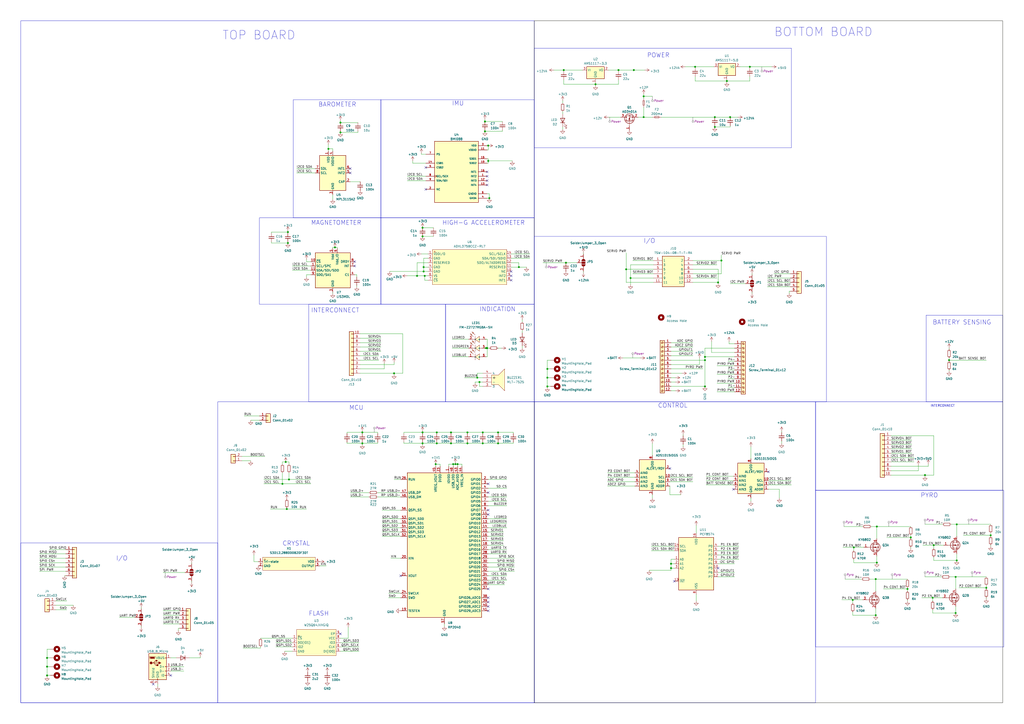
<source format=kicad_sch>
(kicad_sch (version 20230121) (generator eeschema)
  (paper "A2")
  (title_block (title "LYRA Flight Computer V3") (date "2023-11-23") (rev "0") (company "Polaris Rocketry Systems"))
  (junction (at 283.21 84.455))
  (junction (at 508 335.915))
  (junction (at 494.665 347.98))
  (junction (at 281.305 70.485))
  (junction (at 197.485 76.835))
  (junction (at 278.13 221.615))
  (junction (at 418.465 151.13))
  (junction (at 27.305 391.795))
  (junction (at 245.745 154.94))
  (junction (at 246.38 160.02))
  (junction (at 245.11 250.825))
  (junction (at 416.56 163.83))
  (junction (at 423.545 67.945))
  (junction (at 389.255 329.565))
  (junction (at 253.365 250.825))
  (junction (at 327.025 40.64))
  (junction (at 408.94 207.01))
  (junction (at 197.485 71.12))
  (junction (at 210.185 257.175))
  (junction (at 421.64 46.99))
  (junction (at 27.305 386.715))
  (junction (at 434.975 38.735))
  (junction (at 403.225 38.735))
  (junction (at 408.94 224.155))
  (junction (at 414.655 67.945))
  (junction (at 228.6 216.535))
  (junction (at 271.145 257.175))
  (junction (at 317.5 213.995))
  (junction (at 288.925 257.175))
  (junction (at 245.11 132.08))
  (junction (at 367.665 40.64))
  (junction (at 245.11 257.175))
  (junction (at 252.73 269.24))
  (junction (at 345.44 48.895))
  (junction (at 163.83 280.67))
  (junction (at 541.02 346.71))
  (junction (at 167.005 134.62))
  (junction (at 574.675 310.515))
  (junction (at 253.365 257.175))
  (junction (at 495.3 317.5))
  (junction (at 317.5 219.075))
  (junction (at 373.38 67.945))
  (junction (at 358.775 40.64))
  (junction (at 508.635 326.39))
  (junction (at 508.635 305.435))
  (junction (at 365.76 161.29))
  (junction (at 554.99 325.12))
  (junction (at 271.145 250.825))
  (junction (at 265.43 269.24))
  (junction (at 554.99 304.165))
  (junction (at 280.035 257.175))
  (junction (at 536.575 275.59))
  (junction (at 526.415 341.63))
  (junction (at 373.38 55.88))
  (junction (at 262.89 269.24))
  (junction (at 283.21 93.345))
  (junction (at 165.735 267.97))
  (junction (at 27.305 381.635))
  (junction (at 554.355 334.645))
  (junction (at 210.185 250.825))
  (junction (at 281.94 201.93))
  (junction (at 554.355 355.6))
  (junction (at 414.655 73.66))
  (junction (at 300.99 154.94))
  (junction (at 389.255 327.025))
  (junction (at 280.035 250.825))
  (junction (at 166.37 295.275))
  (junction (at 261.62 257.175))
  (junction (at 508 356.87))
  (junction (at 245.745 157.48))
  (junction (at 167.64 278.13))
  (junction (at 194.31 143.51))
  (junction (at 528.32 311.785))
  (junction (at 264.16 269.24))
  (junction (at 281.305 76.2))
  (junction (at 245.11 137.16))
  (junction (at 167.005 140.97))
  (junction (at 317.5 224.155))
  (junction (at 261.62 250.825))
  (junction (at 241.935 160.02))
  (junction (at 288.925 250.825))
  (junction (at 282.575 201.93))
  (junction (at 550.545 208.915))
  (junction (at 190.5 86.36))
  (junction (at 328.295 152.4))
  (junction (at 541.655 316.23))
  (junction (at 572.135 340.995))
  (junction (at 276.86 219.075))
  (junction (at 408.94 208.915))
  (junction (at 282.575 201.9387))
  (junction (at 363.22 156.21))
  (junction (at 283.845 114.935))
  (no_connect (at 282.575 102.235))
  (no_connect (at 232.41 334.01))
  (no_connect (at 247.015 97.155))
  (no_connect (at 283.21 351.79))
  (no_connect (at 425.45 283.845))
  (no_connect (at 88.9 396.875))
  (no_connect (at 283.21 298.45))
  (no_connect (at 283.21 295.91))
  (no_connect (at 391.16 337.185))
  (no_connect (at 445.77 273.685))
  (no_connect (at 282.575 99.695))
  (no_connect (at 197.485 367.665))
  (no_connect (at 283.21 354.33))
  (no_connect (at 203.2 97.79))
  (no_connect (at 283.21 341.63))
  (no_connect (at 388.62 271.78))
  (no_connect (at 282.575 104.775))
  (no_connect (at 283.21 346.71))
  (no_connect (at 296.545 157.48))
  (no_connect (at 283.21 349.25))
  (no_connect (at 203.2 100.33))
  (no_connect (at 247.015 109.855))
  (no_connect (at 99.06 391.795))
  (no_connect (at 283.21 285.75))
  (no_connect (at 205.74 151.765))
  (no_connect (at 205.74 154.305))
  (no_connect (at 283.21 280.67))
  (no_connect (at 296.545 162.56))
  (no_connect (at 282.575 107.315))
  (no_connect (at 416.56 329.565))
  (no_connect (at 296.545 160.02))
  (wire (pts (xy 378.46 287.02) (xy 378.46 288.925)))
  (wire (pts (xy 528.32 311.785) (xy 528.32 312.42)))
  (wire (pts (xy 177.8 160.655) (xy 177.8 159.385)))
  (wire (pts (xy 326.39 73.66) (xy 326.39 74.93)))
  (wire (pts (xy 408.94 201.93) (xy 408.94 207.01)))
  (wire (pts (xy 508 335.915) (xy 508 342.9)))
  (wire (pts (xy 526.415 340.995) (xy 526.415 341.63)))
  (wire (pts (xy 245.11 257.175) (xy 245.11 256.54)))
  (wire (pts (xy 436.245 170.18) (xy 436.245 169.545)))
  (wire (pts (xy 415.925 222.25) (xy 426.085 222.25)))
  (wire (pts (xy 147.32 321.945) (xy 147.32 325.755)))
  (wire (pts (xy 271.145 257.175) (xy 280.035 257.175)))
  (wire (pts (xy 288.925 250.825) (xy 288.925 251.46)))
  (wire (pts (xy 416.56 156.21) (xy 401.955 156.21)))
  (wire (pts (xy 140.335 267.335) (xy 145.415 267.335)))
  (wire (pts (xy 163.83 274.32) (xy 163.83 280.67)))
  (wire (pts (xy 528.955 262.89) (xy 516.89 262.89)))
  (wire (pts (xy 453.39 255.905) (xy 453.39 257.175)))
  (wire (pts (xy 541.655 252.73) (xy 516.89 252.73)))
  (wire (pts (xy 434.975 46.99) (xy 434.975 44.45)))
  (wire (pts (xy 32.385 353.695) (xy 38.735 353.695)))
  (wire (pts (xy 180.34 154.305) (xy 169.545 154.305)))
  (wire (pts (xy 423.545 67.945) (xy 414.655 67.945)))
  (wire (pts (xy 389.255 327.025) (xy 391.16 327.025)))
  (wire (pts (xy 389.255 208.915) (xy 408.94 208.915)))
  (wire (pts (xy 245.745 154.94) (xy 245.745 157.48)))
  (wire (pts (xy 541.02 348.615) (xy 541.02 346.71)))
  (wire (pts (xy 261.62 250.825) (xy 261.62 251.46)))
  (wire (pts (xy 281.305 70.485) (xy 291.465 70.485)))
  (wire (pts (xy 445.135 161.29) (xy 458.47 161.29)))
  (wire (pts (xy 401.955 198.755) (xy 389.255 198.755)))
  (wire (pts (xy 153.035 280.67) (xy 163.83 280.67)))
  (wire (pts (xy 445.77 281.305) (xy 459.105 281.305)))
  (wire (pts (xy 165.1 377.825) (xy 169.545 377.825)))
  (wire (pts (xy 197.485 71.12) (xy 207.645 71.12)))
  (wire (pts (xy 282.575 94.615) (xy 283.21 94.615)))
  (wire (pts (xy 111.125 337.82) (xy 111.125 337.185)))
  (wire (pts (xy 403.225 46.99) (xy 421.64 46.99)))
  (wire (pts (xy 298.45 328.93) (xy 283.21 328.93)))
  (wire (pts (xy 145.415 243.84) (xy 150.495 243.84)))
  (wire (pts (xy 167.64 278.13) (xy 180.34 278.13)))
  (wire (pts (xy 221.615 311.15) (xy 232.41 311.15)))
  (wire (pts (xy 292.1 313.69) (xy 283.21 313.69)))
  (wire (pts (xy 201.295 250.825) (xy 210.185 250.825)))
  (wire (pts (xy 352.425 276.86) (xy 368.3 276.86)))
  (wire (pts (xy 282.575 201.9387) (xy 282.575 201.93)))
  (wire (pts (xy 554.355 334.645) (xy 572.135 334.645)))
  (wire (pts (xy 508.635 305.435) (xy 508.635 312.42)))
  (wire (pts (xy 166.37 295.275) (xy 177.8 295.275)))
  (wire (pts (xy 221.615 308.61) (xy 232.41 308.61)))
  (wire (pts (xy 425.45 281.305) (xy 409.575 281.305)))
  (wire (pts (xy 253.365 250.825) (xy 261.62 250.825)))
  (wire (pts (xy 205.74 159.385) (xy 207.01 159.385)))
  (wire (pts (xy 283.21 278.13) (xy 294.005 278.13)))
  (wire (pts (xy 297.815 257.175) (xy 297.815 256.54)))
  (wire (pts (xy 302.895 185.42) (xy 302.895 186.69)))
  (wire (pts (xy 418.465 158.75) (xy 401.955 158.75)))
  (wire (pts (xy 389.255 224.155) (xy 408.94 224.155)))
  (wire (pts (xy 182.88 97.79) (xy 172.085 97.79)))
  (wire (pts (xy 280.035 257.175) (xy 280.035 256.54)))
  (wire (pts (xy 422.91 198.12) (xy 422.91 199.39)))
  (wire (pts (xy 140.97 375.92) (xy 151.13 375.92)))
  (wire (pts (xy 288.925 250.825) (xy 297.815 250.825)))
  (wire (pts (xy 283.21 86.995) (xy 283.21 84.455)))
  (wire (pts (xy 551.815 304.165) (xy 554.99 304.165)))
  (wire (pts (xy 201.295 257.175) (xy 210.185 257.175)))
  (wire (pts (xy 317.5 224.155) (xy 317.5 219.075)))
  (wire (pts (xy 99.06 389.255) (xy 106.68 389.255)))
  (wire (pts (xy 262.255 201.93) (xy 271.78 201.93)))
  (wire (pts (xy 151.13 370.205) (xy 169.545 370.205)))
  (wire (pts (xy 426.085 334.645) (xy 416.56 334.645)))
  (wire (pts (xy 194.31 143.51) (xy 193.04 143.51)))
  (wire (pts (xy 37.465 334.01) (xy 38.1 334.01)))
  (wire (pts (xy 203.2 288.29) (xy 213.995 288.29)))
  (wire (pts (xy 516.89 267.97) (xy 530.225 267.97)))
  (wire (pts (xy 550.545 201.93) (xy 550.545 202.565)))
  (wire (pts (xy 409.575 278.765) (xy 425.45 278.765)))
  (wire (pts (xy 412.75 204.47) (xy 426.085 204.47)))
  (wire (pts (xy 278.13 221.615) (xy 280.035 221.615)))
  (wire (pts (xy 327.025 46.355) (xy 327.025 48.895)))
  (wire (pts (xy 338.455 158.115) (xy 338.455 157.48)))
  (wire (pts (xy 283.21 318.77) (xy 294.005 318.77)))
  (wire (pts (xy 408.94 201.93) (xy 426.085 201.93)))
  (wire (pts (xy 208.915 208.915) (xy 219.71 208.915)))
  (wire (pts (xy 365.76 153.67) (xy 379.095 153.67)))
  (wire (pts (xy 389.255 213.995) (xy 407.67 213.995)))
  (wire (pts (xy 244.475 89.535) (xy 244.475 88.9)))
  (wire (pts (xy 396.24 257.81) (xy 396.24 259.08)))
  (wire (pts (xy 157.48 140.335) (xy 157.48 140.97)))
  (wire (pts (xy 508.635 326.39) (xy 495.3 326.39)))
  (wire (pts (xy 260.35 270.51) (xy 260.35 269.24)))
  (wire (pts (xy 422.275 214.63) (xy 426.085 214.63)))
  (wire (pts (xy 534.67 346.71) (xy 541.02 346.71)))
  (wire (pts (xy 389.255 324.485) (xy 391.16 324.485)))
  (wire (pts (xy 221.615 300.99) (xy 232.41 300.99)))
  (wire (pts (xy 554.355 351.79) (xy 554.355 355.6)))
  (wire (pts (xy 193.04 169.545) (xy 193.04 170.18)))
  (wire (pts (xy 418.465 151.13) (xy 418.465 158.75)))
  (wire (pts (xy 526.415 341.63) (xy 526.415 342.9)))
  (wire (pts (xy 505.46 305.435) (xy 508.635 305.435)))
  (wire (pts (xy 276.86 216.535) (xy 280.035 216.535)))
  (wire (pts (xy 27.305 381.635) (xy 27.305 376.555)))
  (wire (pts (xy 414.655 73.025) (xy 414.655 73.66)))
  (wire (pts (xy 208.915 216.535) (xy 228.6 216.535)))
  (wire (pts (xy 427.99 67.945) (xy 423.545 67.945)))
  (wire (pts (xy 317.5 213.995) (xy 317.5 208.915)))
  (wire (pts (xy 317.5 208.915) (xy 319.405 208.915)))
  (wire (pts (xy 234.315 257.175) (xy 234.315 256.54)))
  (wire (pts (xy 389.255 226.695) (xy 391.795 226.695)))
  (wire (pts (xy 528.32 310.515) (xy 528.32 311.785)))
  (wire (pts (xy 358.775 40.64) (xy 367.665 40.64)))
  (wire (pts (xy 197.485 377.825) (xy 208.28 377.825)))
  (wire (pts (xy 416.56 164.465) (xy 416.56 163.83)))
  (wire (pts (xy 81.915 352.425) (xy 81.915 353.06)))
  (wire (pts (xy 262.89 269.24) (xy 264.16 269.24)))
  (wire (pts (xy 283.21 331.47) (xy 298.45 331.47)))
  (wire (pts (xy 445.135 163.83) (xy 458.47 163.83)))
  (wire (pts (xy 352.425 274.32) (xy 368.3 274.32)))
  (wire (pts (xy 163.83 267.97) (xy 165.735 267.97)))
  (wire (pts (xy 116.205 381.635) (xy 109.855 381.635)))
  (wire (pts (xy 167.64 274.32) (xy 167.64 278.13)))
  (wire (pts (xy 210.185 257.175) (xy 219.075 257.175)))
  (wire (pts (xy 541.655 316.23) (xy 547.37 316.23)))
  (wire (pts (xy 367.665 41.275) (xy 367.665 40.64)))
  (wire (pts (xy 435.61 288.925) (xy 435.61 290.83)))
  (wire (pts (xy 27.305 386.715) (xy 29.21 386.715)))
  (wire (pts (xy 363.22 146.685) (xy 363.22 156.21)))
  (wire (pts (xy 228.6 210.185) (xy 228.6 211.455)))
  (wire (pts (xy 283.21 326.39) (xy 298.45 326.39)))
  (wire (pts (xy 281.446 196.85) (xy 281.94 196.85)))
  (wire (pts (xy 241.935 160.02) (xy 246.38 160.02)))
  (wire (pts (xy 283.21 323.85) (xy 298.45 323.85)))
  (wire (pts (xy 516.89 265.43) (xy 530.225 265.43)))
  (wire (pts (xy 208.915 198.755) (xy 220.98 198.755)))
  (wire (pts (xy 194.31 143.51) (xy 195.58 143.51)))
  (wire (pts (xy 302.895 193.04) (xy 302.895 191.77)))
  (wire (pts (xy 261.62 257.175) (xy 271.145 257.175)))
  (wire (pts (xy 297.18 93.345) (xy 283.21 93.345)))
  (wire (pts (xy 363.22 163.83) (xy 363.22 156.21)))
  (wire (pts (xy 197.485 372.745) (xy 208.28 372.745)))
  (wire (pts (xy 516.89 257.81) (xy 528.955 257.81)))
  (wire (pts (xy 541.655 318.135) (xy 541.655 316.23)))
  (wire (pts (xy 389.255 216.535) (xy 395.605 216.535)))
  (wire (pts (xy 163.83 267.97) (xy 163.83 269.24)))
  (wire (pts (xy 81.915 363.855) (xy 81.915 363.22)))
  (wire (pts (xy 314.96 152.4) (xy 328.295 152.4)))
  (wire (pts (xy 574.675 309.245) (xy 574.675 310.515)))
  (wire (pts (xy 408.94 207.01) (xy 408.94 208.915)))
  (wire (pts (xy 280.035 250.825) (xy 280.035 251.46)))
  (wire (pts (xy 233.68 193.675) (xy 208.915 193.675)))
  (wire (pts (xy 167.005 140.97) (xy 157.48 140.97)))
  (wire (pts (xy 166.37 294.64) (xy 166.37 295.275)))
  (wire (pts (xy 69.215 358.14) (xy 78.105 358.14)))
  (wire (pts (xy 248.285 154.94) (xy 245.745 154.94)))
  (wire (pts (xy 572.135 346.71) (xy 572.135 347.345)))
  (wire (pts (xy 153.035 278.13) (xy 167.64 278.13)))
  (wire (pts (xy 207.01 159.385) (xy 207.01 160.655)))
  (wire (pts (xy 504.825 335.915) (xy 508 335.915)))
  (wire (pts (xy 265.43 269.24) (xy 267.97 269.24)))
  (wire (pts (xy 452.12 283.845) (xy 445.77 283.845)))
  (wire (pts (xy 326.39 58.42) (xy 326.39 59.69)))
  (wire (pts (xy 282.575 86.995) (xy 283.21 86.995)))
  (wire (pts (xy 526.415 347.98) (xy 526.415 348.615)))
  (wire (pts (xy 296.545 149.86) (xy 307.34 149.86)))
  (wire (pts (xy 283.21 334.01) (xy 294.005 334.01)))
  (wire (pts (xy 412.75 198.12) (xy 412.75 204.47)))
  (wire (pts (xy 197.485 76.2) (xy 197.485 76.835)))
  (wire (pts (xy 435.61 259.08) (xy 435.61 266.065)))
  (wire (pts (xy 365.76 165.1) (xy 365.76 161.29)))
  (wire (pts (xy 536.575 334.645) (xy 546.1 334.645)))
  (wire (pts (xy 262.255 207.01) (xy 271.78 207.01)))
  (wire (pts (xy 234.315 250.825) (xy 245.11 250.825)))
  (wire (pts (xy 160.02 372.745) (xy 169.545 372.745)))
  (wire (pts (xy 550.545 208.915) (xy 572.135 208.915)))
  (wire (pts (xy 326.39 66.04) (xy 326.39 64.77)))
  (wire (pts (xy 489.585 305.435) (xy 500.38 305.435)))
  (wire (pts (xy 556.26 340.995) (xy 572.135 340.995)))
  (wire (pts (xy 264.16 269.24) (xy 265.43 269.24)))
  (wire (pts (xy 228.6 278.13) (xy 232.41 278.13)))
  (wire (pts (xy 541.655 325.12) (xy 541.655 323.215)))
  (wire (pts (xy 151.13 375.92) (xy 151.13 375.285)))
  (wire (pts (xy 345.44 48.895) (xy 358.775 48.895)))
  (wire (pts (xy 514.35 311.785) (xy 528.32 311.785)))
  (wire (pts (xy 532.765 269.875) (xy 532.765 273.05)))
  (wire (pts (xy 222.885 213.995) (xy 208.915 213.995)))
  (wire (pts (xy 207.01 165.735) (xy 207.01 166.37)))
  (wire (pts (xy 373.38 55.88) (xy 378.46 55.88)))
  (wire (pts (xy 282.575 201.93) (xy 283.845 201.93)))
  (wire (pts (xy 389.255 330.835) (xy 389.255 329.565)))
  (wire (pts (xy 426.085 332.105) (xy 416.56 332.105)))
  (wire (pts (xy 267.97 269.24) (xy 267.97 270.51)))
  (wire (pts (xy 488.315 347.98) (xy 494.665 347.98)))
  (wire (pts (xy 241.935 152.4) (xy 241.935 160.02)))
  (wire (pts (xy 27.305 381.635) (xy 29.21 381.635)))
  (wire (pts (xy 27.305 391.795) (xy 29.21 391.795)))
  (wire (pts (xy 221.615 306.07) (xy 232.41 306.07)))
  (wire (pts (xy 436.245 158.75) (xy 436.245 159.385)))
  (wire (pts (xy 296.545 147.32) (xy 307.34 147.32)))
  (wire (pts (xy 292.1 308.61) (xy 283.21 308.61)))
  (wire (pts (xy 516.89 275.59) (xy 536.575 275.59)))
  (wire (pts (xy 245.745 149.86) (xy 245.745 154.94)))
  (wire (pts (xy 453.39 250.19) (xy 453.39 250.825)))
  (wire (pts (xy 228.6 217.17) (xy 228.6 216.535)))
  (wire (pts (xy 210.185 257.175) (xy 210.185 257.81)))
  (wire (pts (xy 554.99 321.31) (xy 554.99 325.12)))
  (wire (pts (xy 245.11 250.19) (xy 245.11 250.825)))
  (wire (pts (xy 494.665 347.98) (xy 500.38 347.98)))
  (wire (pts (xy 282.716 196.8587) (xy 281.446 196.8587)))
  (wire (pts (xy 282.575 92.075) (xy 283.21 92.075)))
  (wire (pts (xy 271.145 250.825) (xy 280.035 250.825)))
  (wire (pts (xy 177.8 151.765) (xy 180.34 151.765)))
  (wire (pts (xy 280.035 250.825) (xy 288.925 250.825)))
  (wire (pts (xy 244.475 147.32) (xy 248.285 147.32)))
  (wire (pts (xy 358.775 40.64) (xy 358.775 41.275)))
  (wire (pts (xy 403.225 44.45) (xy 403.225 46.99)))
  (wire (pts (xy 516.89 260.35) (xy 528.955 260.35)))
  (wire (pts (xy 367.03 158.75) (xy 379.095 158.75)))
  (wire (pts (xy 247.015 104.775) (xy 236.22 104.775)))
  (wire (pts (xy 225.425 344.17) (xy 232.41 344.17)))
  (wire (pts (xy 508.635 305.435) (xy 528.32 305.435)))
  (wire (pts (xy 516.89 270.51) (xy 538.48 270.51)))
  (wire (pts (xy 282.575 207.01) (xy 282.575 201.9387)))
  (wire (pts (xy 253.365 257.175) (xy 253.365 256.54)))
  (wire (pts (xy 300.99 154.94) (xy 300.99 152.4)))
  (wire (pts (xy 203.2 105.41) (xy 208.915 105.41)))
  (wire (pts (xy 541.02 346.71) (xy 546.735 346.71)))
  (wire (pts (xy 141.605 241.3) (xy 150.495 241.3)))
  (wire (pts (xy 550.545 207.645) (xy 550.545 208.915)))
  (wire (pts (xy 408.94 208.915) (xy 408.94 224.155)))
  (wire (pts (xy 163.83 280.67) (xy 180.34 280.67)))
  (wire (pts (xy 421.64 46.99) (xy 434.975 46.99)))
  (wire (pts (xy 201.93 370.205) (xy 197.485 370.205)))
  (wire (pts (xy 219.075 250.825) (xy 219.075 251.46)))
  (wire (pts (xy 271.145 257.175) (xy 271.145 256.54)))
  (wire (pts (xy 260.35 269.24) (xy 262.89 269.24)))
  (wire (pts (xy 261.62 257.175) (xy 261.62 256.54)))
  (wire (pts (xy 193.04 115.57) (xy 193.04 113.03)))
  (wire (pts (xy 140.335 264.795) (xy 153.67 264.795)))
  (wire (pts (xy 262.255 196.85) (xy 271.78 196.85)))
  (wire (pts (xy 281.305 76.2) (xy 291.465 76.2)))
  (wire (pts (xy 403.225 38.735) (xy 403.225 39.37)))
  (wire (pts (xy 94.615 332.105) (xy 107.315 332.105)))
  (wire (pts (xy 283.21 293.37) (xy 294.005 293.37)))
  (wire (pts (xy 421.64 46.355) (xy 421.64 46.99)))
  (wire (pts (xy 276.86 219.075) (xy 280.035 219.075)))
  (wire (pts (xy 276.86 219.0837) (xy 276.86 219.075)))
  (wire (pts (xy 244.475 89.535) (xy 247.015 89.535)))
  (wire (pts (xy 282.716 196.8587) (xy 282.716 201.9387)))
  (wire (pts (xy 210.185 250.825) (xy 210.185 251.46)))
  (wire (pts (xy 177.8 159.385) (xy 180.34 159.385)))
  (wire (pts (xy 317.5 213.995) (xy 319.405 213.995)))
  (wire (pts (xy 422.275 209.55) (xy 426.085 209.55)))
  (wire (pts (xy 283.21 311.15) (xy 292.1 311.15)))
  (wire (pts (xy 283.21 316.23) (xy 292.1 316.23)))
  (wire (pts (xy 327.025 48.895) (xy 345.44 48.895)))
  (wire (pts (xy 457.835 170.18) (xy 457.835 168.91)))
  (wire (pts (xy 103.505 365.76) (xy 103.505 364.49)))
  (wire (pts (xy 541.02 355.6) (xy 541.02 353.695)))
  (wire (pts (xy 376.555 330.835) (xy 389.255 330.835)))
  (wire (pts (xy 103.505 364.49) (xy 104.14 364.49)))
  (wire (pts (xy 228.6 216.535) (xy 233.68 216.535)))
  (wire (pts (xy 495.3 317.5) (xy 501.015 317.5)))
  (wire (pts (xy 283.21 300.99) (xy 294.005 300.99)))
  (wire (pts (xy 281.446 196.8587) (xy 281.446 196.85)))
  (wire (pts (xy 280.811 201.9387) (xy 280.811 201.93)))
  (wire (pts (xy 508.635 322.58) (xy 508.635 326.39)))
  (wire (pts (xy 32.385 348.615) (xy 38.735 348.615)))
  (wire (pts (xy 38.1 326.39) (xy 22.86 326.39)))
  (wire (pts (xy 401.955 206.375) (xy 389.255 206.375)))
  (wire (pts (xy 558.8 310.515) (xy 574.675 310.515)))
  (wire (pts (xy 554.355 334.645) (xy 554.355 341.63)))
  (wire (pts (xy 508 335.915) (xy 526.415 335.915)))
  (wire (pts (xy 210.185 250.19) (xy 210.185 250.825)))
  (wire (pts (xy 389.255 329.565) (xy 391.16 329.565)))
  (wire (pts (xy 245.11 250.825) (xy 253.365 250.825)))
  (wire (pts (xy 494.665 356.87) (xy 494.665 354.965)))
  (wire (pts (xy 219.075 285.75) (xy 232.41 285.75)))
  (wire (pts (xy 448.945 158.75) (xy 458.47 158.75)))
  (wire (pts (xy 370.205 67.945) (xy 373.38 67.945)))
  (wire (pts (xy 180.34 156.845) (xy 169.545 156.845)))
  (wire (pts (xy 367.03 151.13) (xy 379.095 151.13)))
  (wire (pts (xy 116.205 381.635) (xy 116.205 381)))
  (wire (pts (xy 508 356.87) (xy 494.665 356.87)))
  (wire (pts (xy 495.3 319.405) (xy 495.3 317.5)))
  (wire (pts (xy 401.955 203.835) (xy 389.255 203.835)))
  (wire (pts (xy 512.445 341.63) (xy 526.415 341.63)))
  (wire (pts (xy 415.925 217.17) (xy 426.085 217.17)))
  (wire (pts (xy 251.46 132.08) (xy 245.11 132.08)))
  (wire (pts (xy 282.575 84.455) (xy 283.21 84.455)))
  (wire (pts (xy 281.94 207.01) (xy 282.575 207.01)))
  (wire (pts (xy 337.82 40.64) (xy 327.025 40.64)))
  (wire (pts (xy 245.11 257.175) (xy 253.365 257.175)))
  (wire (pts (xy 389.255 221.615) (xy 391.795 221.615)))
  (wire (pts (xy 22.86 331.47) (xy 38.1 331.47)))
  (wire (pts (xy 160.02 375.285) (xy 169.545 375.285)))
  (wire (pts (xy 389.255 327.025) (xy 389.255 324.485)))
  (wire (pts (xy 574.675 310.515) (xy 574.675 311.15)))
  (wire (pts (xy 27.305 386.715) (xy 27.305 381.635)))
  (wire (pts (xy 201.295 257.175) (xy 201.295 256.54)))
  (wire (pts (xy 405.765 211.455) (xy 389.255 211.455)))
  (wire (pts (xy 28.575 318.77) (xy 38.1 318.77)))
  (wire (pts (xy 294.005 283.21) (xy 283.21 283.21)))
  (wire (pts (xy 208.915 203.835) (xy 220.98 203.835)))
  (wire (pts (xy 538.48 269.24) (xy 538.48 270.51)))
  (wire (pts (xy 352.425 279.4) (xy 368.3 279.4)))
  (wire (pts (xy 239.395 93.345) (xy 239.395 94.615)))
  (wire (pts (xy 245.745 157.48) (xy 248.285 157.48)))
  (wire (pts (xy 288.925 201.93) (xy 290.83 201.93)))
  (wire (pts (xy 236.22 160.02) (xy 241.935 160.02)))
  (wire (pts (xy 208.915 206.375) (xy 219.71 206.375)))
  (wire (pts (xy 167.005 134.62) (xy 167.005 135.255)))
  (wire (pts (xy 397.51 38.735) (xy 403.225 38.735)))
  (wire (pts (xy 317.5 219.075) (xy 319.405 219.075)))
  (wire (pts (xy 554.99 304.165) (xy 554.99 311.15)))
  (wire (pts (xy 321.31 40.64) (xy 327.025 40.64)))
  (wire (pts (xy 405.765 207.645) (xy 405.765 211.455)))
  (wire (pts (xy 535.305 316.23) (xy 541.655 316.23)))
  (wire (pts (xy 401.955 201.295) (xy 389.255 201.295)))
  (wire (pts (xy 490.22 335.915) (xy 499.745 335.915)))
  (wire (pts (xy 288.925 257.175) (xy 288.925 256.54)))
  (wire (pts (xy 416.56 316.865) (xy 428.625 316.865)))
  (wire (pts (xy 207.645 76.2) (xy 207.645 76.835)))
  (wire (pts (xy 536.575 304.165) (xy 546.735 304.165)))
  (wire (pts (xy 248.285 162.56) (xy 246.38 162.56)))
  (wire (pts (xy 327.025 40.64) (xy 327.025 41.275)))
  (wire (pts (xy 189.23 328.295) (xy 185.42 328.295)))
  (wire (pts (xy 99.06 386.715) (xy 106.68 386.715)))
  (wire (pts (xy 201.295 250.825) (xy 201.295 251.46)))
  (wire (pts (xy 208.915 201.295) (xy 220.98 201.295)))
  (wire (pts (xy 283.21 93.345) (xy 283.21 94.615)))
  (wire (pts (xy 416.56 163.83) (xy 401.955 163.83)))
  (wire (pts (xy 283.21 306.07) (xy 294.005 306.07)))
  (wire (pts (xy 421.64 47.625) (xy 421.64 46.99)))
  (wire (pts (xy 317.5 224.155) (xy 319.405 224.155)))
  (wire (pts (xy 197.485 76.835) (xy 207.645 76.835)))
  (wire (pts (xy 282.716 201.9387) (xy 282.575 201.9387)))
  (wire (pts (xy 426.085 327.025) (xy 416.56 327.025)))
  (wire (pts (xy 245.11 250.825) (xy 245.11 251.46)))
  (wire (pts (xy 574.675 316.23) (xy 574.675 316.865)))
  (wire (pts (xy 275.59 222.25) (xy 275.59 221.615)))
  (wire (pts (xy 423.545 73.025) (xy 423.545 73.66)))
  (wire (pts (xy 401.955 151.13) (xy 418.465 151.13)))
  (wire (pts (xy 281.94 201.93) (xy 282.575 201.93)))
  (wire (pts (xy 378.46 257.175) (xy 378.46 264.16)))
  (wire (pts (xy 91.44 396.875) (xy 91.44 398.145)))
  (wire (pts (xy 177.8 150.495) (xy 177.8 151.765)))
  (wire (pts (xy 208.915 211.455) (xy 228.6 211.455)))
  (wire (pts (xy 167.005 133.985) (xy 167.005 134.62)))
  (wire (pts (xy 365.76 161.29) (xy 379.095 161.29)))
  (wire (pts (xy 358.775 48.895) (xy 358.775 46.355)))
  (wire (pts (xy 541.655 275.59) (xy 541.655 252.73)))
  (wire (pts (xy 283.21 290.83) (xy 294.005 290.83)))
  (wire (pts (xy 554.355 355.6) (xy 541.02 355.6)))
  (wire (pts (xy 157.48 134.62) (xy 157.48 135.255)))
  (wire (pts (xy 219.075 257.175) (xy 219.075 256.54)))
  (wire (pts (xy 234.315 250.825) (xy 234.315 251.46)))
  (wire (pts (xy 328.295 152.4) (xy 334.645 152.4)))
  (wire (pts (xy 248.285 152.4) (xy 241.935 152.4)))
  (wire (pts (xy 193.04 143.51) (xy 193.04 144.145)))
  (wire (pts (xy 278.13 224.155) (xy 280.035 224.155)))
  (wire (pts (xy 193.04 87.63) (xy 193.04 86.36)))
  (wire (pts (xy 494.665 349.885) (xy 494.665 347.98)))
  (wire (pts (xy 280.035 257.175) (xy 288.925 257.175)))
  (wire (pts (xy 257.81 363.22) (xy 257.81 361.95)))
  (wire (pts (xy 276.86 219.075) (xy 276.86 216.535)))
  (wire (pts (xy 445.77 278.765) (xy 459.105 278.765)))
  (wire (pts (xy 167.005 140.335) (xy 167.005 140.97)))
  (wire (pts (xy 197.485 375.285) (xy 208.28 375.285)))
  (wire (pts (xy 281.305 69.215) (xy 281.305 70.485)))
  (wire (pts (xy 278.13 221.615) (xy 278.13 224.155)))
  (wire (pts (xy 282.575 112.395) (xy 283.845 112.395)))
  (wire (pts (xy 233.68 216.535) (xy 233.68 193.675)))
  (wire (pts (xy 252.73 269.24) (xy 255.27 269.24)))
  (wire (pts (xy 383.54 67.945) (xy 414.655 67.945)))
  (wire (pts (xy 221.615 295.91) (xy 232.41 295.91)))
  (wire (pts (xy 167.64 267.97) (xy 167.64 269.24)))
  (wire (pts (xy 94.615 359.41) (xy 104.14 359.41)))
  (wire (pts (xy 27.305 391.795) (xy 27.305 386.715)))
  (wire (pts (xy 210.185 250.825) (xy 219.075 250.825)))
  (wire (pts (xy 338.455 146.685) (xy 338.455 147.32)))
  (wire (pts (xy 415.925 212.09) (xy 426.085 212.09)))
  (wire (pts (xy 221.615 303.53) (xy 232.41 303.53)))
  (wire (pts (xy 255.27 269.24) (xy 255.27 270.51)))
  (wire (pts (xy 292.735 339.09) (xy 283.21 339.09)))
  (wire (pts (xy 225.425 346.71) (xy 232.41 346.71)))
  (wire (pts (xy 99.06 381.635) (xy 102.235 381.635)))
  (wire (pts (xy 403.86 344.805) (xy 403.86 348.615)))
  (wire (pts (xy 280.811 201.93) (xy 281.94 201.93)))
  (wire (pts (xy 246.38 162.56) (xy 246.38 160.02)))
  (wire (pts (xy 488.95 317.5) (xy 495.3 317.5)))
  (wire (pts (xy 391.16 316.865) (xy 377.825 316.865)))
  (wire (pts (xy 508 353.06) (xy 508 356.87)))
  (wire (pts (xy 554.99 304.165) (xy 574.675 304.165)))
  (wire (pts (xy 94.615 354.33) (xy 104.14 354.33)))
  (wire (pts (xy 389.255 219.075) (xy 391.795 219.075)))
  (wire (pts (xy 283.21 288.29) (xy 294.005 288.29)))
  (wire (pts (xy 345.44 49.53) (xy 345.44 48.895)))
  (wire (pts (xy 22.86 323.85) (xy 38.1 323.85)))
  (wire (pts (xy 554.99 325.12) (xy 541.655 325.12)))
  (wire (pts (xy 190.5 83.82) (xy 190.5 86.36)))
  (wire (pts (xy 434.975 38.735) (xy 434.975 39.37)))
  (wire (pts (xy 261.62 250.825) (xy 271.145 250.825)))
  (wire (pts (xy 111.125 326.39) (xy 111.125 327.025)))
  (wire (pts (xy 302.895 200.66) (xy 302.895 201.93)))
  (wire (pts (xy 245.11 257.175) (xy 245.11 257.81)))
  (wire (pts (xy 416.56 163.83) (xy 416.56 156.21)))
  (wire (pts (xy 203.2 285.75) (xy 213.995 285.75)))
  (wire (pts (xy 536.575 276.225) (xy 536.575 275.59)))
  (wire (pts (xy 94.615 361.95) (xy 104.14 361.95)))
  (wire (pts (xy 38.1 321.31) (xy 22.86 321.31)))
  (wire (pts (xy 193.04 86.36) (xy 190.5 86.36)))
  (wire (pts (xy 528.32 317.5) (xy 528.32 318.135)))
  (wire (pts (xy 283.21 336.55) (xy 294.005 336.55)))
  (wire (pts (xy 282.575 114.935) (xy 283.845 114.935)))
  (wire (pts (xy 550.545 214.63) (xy 550.545 215.265)))
  (wire (pts (xy 251.46 137.16) (xy 245.11 137.16)))
  (wire (pts (xy 262.89 269.24) (xy 262.89 270.51)))
  (wire (pts (xy 429.26 38.735) (xy 434.975 38.735)))
  (wire (pts (xy 416.56 321.945) (xy 428.625 321.945)))
  (wire (pts (xy 373.38 55.88) (xy 373.38 57.15)))
  (wire (pts (xy 271.145 250.825) (xy 271.145 251.46)))
  (wire (pts (xy 373.38 54.61) (xy 373.38 55.88)))
  (wire (pts (xy 379.095 163.83) (xy 363.22 163.83)))
  (wire (pts (xy 353.06 40.64) (xy 358.775 40.64)))
  (wire (pts (xy 269.381 219.0837) (xy 276.86 219.0837)))
  (wire (pts (xy 422.275 219.71) (xy 426.085 219.71)))
  (wire (pts (xy 373.38 62.23) (xy 373.38 67.945)))
  (wire (pts (xy 232.41 323.85) (xy 226.695 323.85)))
  (wire (pts (xy 422.275 224.79) (xy 426.085 224.79)))
  (wire (pts (xy 297.815 250.825) (xy 297.815 251.46)))
  (wire (pts (xy 165.735 267.97) (xy 167.64 267.97)))
  (wire (pts (xy 317.5 224.79) (xy 317.5 224.155)))
  (wire (pts (xy 388.62 276.86) (xy 401.955 276.86)))
  (wire (pts (xy 300.99 154.94) (xy 305.435 154.94)))
  (wire (pts (xy 156.845 295.275) (xy 166.37 295.275)))
  (wire (pts (xy 182.88 100.33) (xy 172.085 100.33)))
  (wire (pts (xy 414.02 38.735) (xy 403.225 38.735)))
  (wire (pts (xy 252.73 269.24) (xy 252.73 270.51)))
  (wire (pts (xy 352.425 281.94) (xy 368.3 281.94)))
  (wire (pts (xy 226.06 157.48) (xy 245.745 157.48)))
  (wire (pts (xy 373.38 67.945) (xy 378.46 67.945)))
  (wire (pts (xy 275.59 221.615) (xy 278.13 221.615)))
  (wire (pts (xy 363.22 156.21) (xy 379.095 156.21)))
  (wire (pts (xy 423.545 164.465) (xy 432.435 164.465)))
  (wire (pts (xy 422.91 199.39) (xy 426.085 199.39)))
  (wire (pts (xy 282.575 201.9387) (xy 280.811 201.9387)))
  (wire (pts (xy 288.925 257.175) (xy 297.815 257.175)))
  (wire (pts (xy 401.955 161.29) (xy 415.925 161.29)))
  (wire (pts (xy 157.48 134.62) (xy 167.005 134.62)))
  (wire (pts (xy 283.21 92.075) (xy 283.21 93.345)))
  (wire (pts (xy 147.32 325.755) (xy 149.86 325.755)))
  (wire (pts (xy 283.21 321.31) (xy 294.005 321.31)))
  (wire (pts (xy 495.3 326.39) (xy 495.3 324.485)))
  (wire (pts (xy 94.615 356.87) (xy 104.14 356.87)))
  (wire (pts (xy 391.16 319.405) (xy 377.825 319.405)))
  (wire (pts (xy 423.545 73.66) (xy 414.655 73.66)))
  (wire (pts (xy 345.44 48.26) (xy 345.44 48.895)))
  (wire (pts (xy 418.465 147.955) (xy 418.465 151.13)))
  (wire (pts (xy 365.76 161.29) (xy 365.76 153.67)))
  (wire (pts (xy 516.89 255.27) (xy 528.955 255.27)))
  (wire (pts (xy 265.43 269.24) (xy 265.43 270.51)))
  (wire (pts (xy 195.58 143.51) (xy 195.58 144.145)))
  (wire (pts (xy 219.075 288.29) (xy 232.41 288.29)))
  (wire (pts (xy 409.575 276.225) (xy 425.45 276.225)))
  (wire (pts (xy 536.575 275.59) (xy 541.655 275.59)))
  (wire (pts (xy 415.925 227.33) (xy 426.085 227.33)))
  (wire (pts (xy 248.285 149.86) (xy 245.745 149.86)))
  (wire (pts (xy 551.18 334.645) (xy 554.355 334.645)))
  (wire (pts (xy 283.845 112.395) (xy 283.845 114.935)))
  (wire (pts (xy 246.38 160.02) (xy 248.285 160.02)))
  (wire (pts (xy 434.975 38.735) (xy 447.675 38.735)))
  (wire (pts (xy 245.11 257.175) (xy 234.315 257.175)))
  (wire (pts (xy 361.315 207.645) (xy 371.475 207.645)))
  (wire (pts (xy 416.56 319.405) (xy 428.625 319.405)))
  (wire (pts (xy 222.885 210.82) (xy 222.885 213.995)))
  (wire (pts (xy 291.465 75.565) (xy 291.465 76.2)))
  (wire (pts (xy 239.395 94.615) (xy 247.015 94.615)))
  (wire (pts (xy 247.015 102.235) (xy 236.22 102.235)))
  (wire (pts (xy 210.185 257.175) (xy 210.185 256.54)))
  (wire (pts (xy 190.5 86.36) (xy 190.5 87.63)))
  (wire (pts (xy 38.1 328.93) (xy 22.86 328.93)))
  (wire (pts (xy 374.015 40.64) (xy 367.665 40.64)))
  (wire (pts (xy 389.255 329.565) (xy 389.255 327.025)))
  (wire (pts (xy 317.5 219.075) (xy 317.5 213.995)))
  (wire (pts (xy 283.21 303.53) (xy 294.005 303.53)))
  (wire (pts (xy 197.485 69.85) (xy 197.485 71.12)))
  (wire (pts (xy 32.385 351.155) (xy 42.545 351.155)))
  (wire (pts (xy 201.93 363.855) (xy 201.93 370.205)))
  (wire (pts (xy 388.62 287.02) (xy 394.97 287.02)))
  (wire (pts (xy 532.765 273.05) (xy 516.89 273.05)))
  (wire (pts (xy 396.24 252.095) (xy 396.24 252.73)))
  (wire (pts (xy 353.06 67.945) (xy 360.045 67.945)))
  (wire (pts (xy 281.305 75.565) (xy 281.305 76.2)))
  (wire (pts (xy 296.545 154.94) (xy 300.99 154.94)))
  (wire (pts (xy 572.135 340.995) (xy 572.135 341.63)))
  (wire (pts (xy 253.365 250.825) (xy 253.365 251.46)))
  (wire (pts (xy 572.135 339.725) (xy 572.135 340.995)))
  (wire (pts (xy 388.62 281.94) (xy 388.62 287.02)))
  (wire (pts (xy 408.94 207.01) (xy 426.085 207.01)))
  (wire (pts (xy 208.915 196.215) (xy 220.98 196.215)))
  (wire (pts (xy 264.16 268.605) (xy 264.16 269.24)))
  (wire (pts (xy 27.305 392.43) (xy 27.305 391.795)))
  (wire (pts (xy 403.86 304.8) (xy 403.86 309.245)))
  (wire (pts (xy 457.835 168.91) (xy 458.47 168.91)))
  (wire (pts (xy 452.12 288.925) (xy 452.12 283.845)))
  (wire (pts (xy 401.955 153.67) (xy 415.925 153.67)))
  (wire (pts (xy 27.305 376.555) (xy 29.21 376.555)))
  (wire (pts (xy 445.135 166.37) (xy 458.47 166.37)))
  (wire (pts (xy 416.56 324.485) (xy 428.625 324.485)))
  (wire (pts (xy 550.545 208.915) (xy 550.545 209.55)))
  (wire (pts (xy 296.545 152.4) (xy 300.99 152.4)))
  (wire (pts (xy 253.365 257.175) (xy 261.62 257.175)))
  (wire (pts (xy 388.62 279.4) (xy 401.955 279.4)))
  (rectangle (start 150.495 126.365) (end 220.98 176.53))
  (rectangle (start 179.07 176.53) (end 258.445 233.045))
  (rectangle (start 473.075 284.48) (end 582.295 375.285))
  (rectangle (start 309.88 27.94) (end 459.105 85.725))
  (rectangle (start 309.88 12.065) (end 581.66 407.67) (stroke (width 0) (color 8 8 1 1)))
  (rectangle (start 258.445 176.53) (end 309.88 233.0537))
  (rectangle (start 473.075 233.045) (end 581.66 284.48))
  (rectangle (start 126.365 233.045) (end 310.021 407.67))
  (rectangle (start 170.18 57.785) (end 220.98 126.365))
  (rectangle (start 220.98 126.365) (end 309.88 176.53))
  (rectangle (start 12.065 314.96) (end 126.365 407.67))
  (rectangle (start 309.88 233.045) (end 473.075 407.67))
  (rectangle (start 12.065 12.065) (end 309.88 407.67))
  (rectangle (start 220.98 57.785) (end 309.88 126.365))
  (rectangle (start 537.21 182.88) (end 581.66 233.045))
  (rectangle (start 309.88 137.16) (end 479.425 233.0363))
  (text "CONTROL\n" (at 381.635 236.855 0) (effects (font (size 2.54 2.54)) (justify left bottom)))
  (text "IMU" (at 262.114 61.5863 0) (effects (font (size 2.54 2.54)) (justify left bottom)))
  (text "INDICATION" (at 278.13 180.975 0) (effects (font (size 2.54 2.54)) (justify left bottom)))
  (text "PYRO" (at 534.035 288.925 0) (effects (font (size 2.54 2.54)) (justify left bottom)))
  (text "CRYSTAL" (at 163.83 316.865 0) (effects (font (size 2.54 2.54)) (justify left bottom)))
  (text "MCU" (at 202.565 238.125 0) (effects (font (size 2.54 2.54)) (justify left bottom)))
  (text "I/O\n\n" (at 373.38 145.415 0) (effects (font (size 2.54 2.54)) (justify left bottom)))
  (text "I/O\n\n" (at 67.31 329.565 0) (effects (font (size 2.54 2.54)) (justify left bottom)))
  (text "TOP BOARD" (at 128.905 23.495 0) (effects (font (size 5 5)) (justify left bottom)))
  (text "INTERCONNECT\n" (at 180.34 181.61 0) (effects (font (size 2.54 2.54)) (justify left bottom)))
  (text "POWER\n" (at 375.285 33.655 0) (effects (font (size 2.54 2.54)) (justify left bottom)))
  (text "FLASH" (at 179.07 357.505 0) (effects (font (size 2.54 2.54)) (justify left bottom)))
  (text "BAROMETER" (at 184.644 62.2213 0) (effects (font (size 2.54 2.54)) (justify left bottom)))
  (text "INTERCONNECT" (at 539.75 236.22 0) (effects (font (size 1.27 1.27)) (justify left bottom)))
  (text "BATTERY SENSING" (at 541.02 188.595 0) (effects (font (size 2.54 2.54)) (justify left bottom)))
  (text "HIGH-G ACCELEROMETER" (at 256.54 130.81 0) (effects (font (size 2.54 2.54)) (justify left bottom)))
  (text "BOTTOM BOARD" (at 448.945 21.59 0) (effects (font (size 5 5)) (justify left bottom)))
  (text "MAGNETOMETER" (at 180.34 130.81 0) (effects (font (size 2.54 2.54)) (justify left bottom)))
  (label "P4-" (at 495.935 335.915 0))
  (label "GPIOUT2" (at 426.085 334.645 180))
  (label "GPIOUT1" (at 426.085 332.105 180))
  (label "LEDBLUE" (at 262.255 207.01 0))
  (label "I2C1 SCL BOT" (at 401.955 276.86 180))
  (label "I2C1 SCL" (at 153.035 280.67 0))
  (label "I2C1 SDA" (at 219.71 206.375 180))
  (label "P2 EN BOT" (at 534.67 346.71 0))
  (label "I2C0 SDA" (at 294.005 288.29 180))
  (label "QSPI_SD2" (at 221.615 306.07 0))
  (label "P3-" (at 496.57 305.435 0))
  (label "P3 CONT BOT" (at 514.35 311.785 0))
  (label "I2C1 SDA BOT" (at 377.825 319.405 0))
  (label "SPI0 SCK" (at 22.86 328.93 0))
  (label "I2C1 SCL" (at 219.71 208.915 180))
  (label "I2C1 SDA BOT" (at 530.225 265.43 180))
  (label "PYRO PWR" (at 415.925 212.09 0))
  (label "P3-" (at 422.275 214.63 0))
  (label "P1-" (at 542.925 304.165 0))
  (label "ADC2 GPIO" (at 401.955 201.295 180))
  (label "BATT SENSE BOT" (at 572.135 208.915 180))
  (label "BOOTSEL" (at 140.97 375.92 0))
  (label "I2C GPIO" (at 426.085 327.025 180))
  (label "I2C0 SDA" (at 169.545 156.845 0))
  (label "SERVO PWR" (at 363.22 146.685 180))
  (label "LEDRED" (at 262.255 196.85 0))
  (label "SERVO2 BOT" (at 415.925 153.67 180))
  (label "QSPI_SCLK" (at 221.615 311.15 0))
  (label "P4-" (at 422.275 209.55 0))
  (label "P2 CONT BOT" (at 409.575 278.765 0))
  (label "SPI PWR" (at 94.615 332.105 0))
  (label "QSPI_SD1" (at 221.615 303.53 0))
  (label "I2C1 SDA BOT" (at 445.135 166.37 0))
  (label "P2-" (at 542.29 334.645 0))
  (label "P1 EN BOT" (at 428.625 316.865 180))
  (label "P4 CONT BOT" (at 512.445 341.63 0))
  (label "SWCLK" (at 38.735 348.615 180))
  (label "I2C1 SDA BOT" (at 401.955 279.4 180))
  (label "ADC GPIO" (at 401.955 198.755 180))
  (label "P1 CONT BOT" (at 558.8 310.515 0))
  (label "P4 CONT BOT" (at 352.425 276.86 0))
  (label "I2C0 SCL" (at 172.085 100.33 0))
  (label "I2C1 SCL BOT" (at 377.825 316.865 0))
  (label "SERVO4 BOT" (at 528.955 255.27 180))
  (label "UART0 TX" (at 294.005 318.77 180))
  (label "SERVO2" (at 220.98 201.295 180))
  (label "SERVO1" (at 220.98 203.835 180))
  (label "RUN" (at 228.6 278.13 0))
  (label "LEDGREEN" (at 262.255 201.93 0))
  (label "LEDGREEN" (at 294.005 303.53 180))
  (label "SERVO3 BOT" (at 367.03 158.75 0))
  (label "I2C0 SDA" (at 236.22 104.775 0))
  (label "SD CS" (at 294.005 283.21 180))
  (label "I2C0 SCL" (at 169.545 154.305 0))
  (label "SERVO3 BOT" (at 528.955 257.81 180))
  (label "I2C1 SCL BOT" (at 445.135 163.83 0))
  (label "P2 CONT BOT" (at 556.26 340.995 0))
  (label "BUZZER" (at 294.005 293.37 180))
  (label "SERVO PWR" (at 418.465 147.955 0))
  (label "P2-" (at 422.275 219.71 0))
  (label "I2C0 SDA" (at 307.34 149.86 180))
  (label "RUN" (at 177.8 295.275 180))
  (label "SWCLK" (at 225.425 344.17 0))
  (label "QSPI_SD3" (at 208.28 372.745 180))
  (label "SPI0 GPIO" (at 294.005 278.13 180))
  (label "I2C1 SDA" (at 294.005 334.01 180))
  (label "SWD" (at 38.735 353.695 180))
  (label "I2C PWR" (at 423.545 164.465 0))
  (label "QSPI_SDO" (at 221.615 300.99 0))
  (label "SERVO3" (at 220.98 198.755 180))
  (label "I2C1 SCL" (at 294.005 336.55 180))
  (label "RP USB_D+" (at 220.98 285.75 0))
  (label "PYRO PWR" (at 415.925 217.17 0))
  (label "I2C1 SCL BOT" (at 459.105 278.765 180))
  (label "USB_D+" (at 106.68 386.715 180))
  (label "P4 EN BOT" (at 488.315 347.98 0))
  (label "USB_D+" (at 203.2 285.75 0))
  (label "QSPI_SD3" (at 221.615 308.61 0))
  (label "SERVO2 BOT" (at 528.955 260.35 180))
  (label "I2C1 SDA BOT" (at 459.105 281.305 180))
  (label "I2C GPIO" (at 448.945 158.75 0))
  (label "UART0 RX" (at 94.615 359.41 0))
  (label "SPI0 MISO" (at 298.45 326.39 180))
  (label "QSPI_SD2" (at 160.02 375.285 0))
  (label "BATT SENSE BOT" (at 409.575 281.305 0))
  (label "ADC2 GPIO" (at 352.425 281.94 0))
  (label "SERVO1" (at 292.1 308.61 180))
  (label "I2C1 SCL BOT" (at 530.225 267.97 180))
  (label "RP USB_D-" (at 220.98 288.29 0))
  (label "USB_D-" (at 203.2 288.29 0))
  (label "PYRO PWR" (at 407.67 213.995 180))
  (label "XIN" (at 189.23 328.295 180))
  (label "SPI0 SCK" (at 298.45 323.85 180))
  (label "GPIOUT1" (at 401.955 203.835 180))
  (label "QSPI_SS" (at 157.48 370.205 0))
  (label "SERVO3" (at 292.1 313.69 180))
  (label "SPI0 CSn" (at 298.45 331.47 180))
  (label "UART PWR" (at 94.615 356.87 0))
  (label "UART PWR" (at 69.215 358.14 0))
  (label "PYRO PWR" (at 415.925 227.33 0))
  (label "I2C1 SDA" (at 180.34 278.13 180))
  (label "UART0 RX" (at 294.005 321.31 180))
  (label "SERVO4 BOT" (at 415.925 161.29 180))
  (label "LEDBLUE" (at 294.005 306.07 180))
  (label "SPI0 MISO" (at 22.86 321.31 0))
  (label "GPIOUT2" (at 401.955 206.375 180))
  (label "P4 EN BOT" (at 428.625 324.485 180))
  (label "P3 EN BOT" (at 428.625 321.945 180))
  (label "BUZZER" (at 269.381 219.0837 0))
  (label "SPI PWR" (at 22.86 331.47 0))
  (label "UART GPIO" (at 94.615 354.33 0))
  (label "I2C0 SCL" (at 294.005 290.83 180))
  (label "I2C0 SDA" (at 172.085 97.79 0))
  (label "I2C1 SDA" (at 153.035 278.13 0))
  (label "LEDRED" (at 294.005 300.99 180))
  (label "I2C1 SCL" (at 180.34 280.67 180))
  (label "PYRO PWR" (at 415.925 222.25 0))
  (label "I2C0 SCL" (at 236.22 102.235 0))
  (label "SERVO1 BOT" (at 528.955 262.89 180))
  (label "P1 EN BOT" (at 535.305 316.23 0))
  (label "P1 CONT BOT" (at 409.575 276.225 0))
  (label "SERVO4" (at 292.1 316.23 180))
  (label "RUN" (at 156.845 295.275 0))
  (label "SWD" (at 225.425 346.71 0))
  (label "P1-" (at 422.275 224.79 0))
  (label "SPI0 CSn" (at 22.86 326.39 0))
  (label "SERVO PWR" (at 314.96 152.4 0))
  (label "I2C PWR" (at 445.135 161.29 0))
  (label "QSPI_SS" (at 221.615 295.91 0))
  (label "BOOTSEL" (at 153.67 264.795 180))
  (label "UART GPIO" (at 292.735 339.09 180))
  (label "UART0 TX" (at 94.615 361.95 0))
  (label "QSPI_SDO" (at 208.28 377.825 180))
  (label "P3 EN BOT" (at 488.95 317.5 0))
  (label "ADC GPIO" (at 352.425 279.4 0))
  (label "SPI0 MOSI" (at 298.45 328.93 180))
  (label "P2 EN BOT" (at 428.625 319.405 180))
  (label "SERVO1 BOT" (at 367.03 151.13 0))
  (label "SERVO4" (at 220.98 196.215 180))
  (label "P3 CONT BOT" (at 352.425 274.32 0))
  (label "SERVO2" (at 292.1 311.15 180))
  (label "QSPI_SCLK" (at 208.28 375.285 180))
  (label "RUN" (at 141.605 241.3 0))
  (label "SPI0 MOSI" (at 22.86 323.85 0))
  (label "XIN" (at 226.695 323.85 0))
  (label "QSPI_SD1" (at 160.02 372.745 0))
  (label "I2C0 SCL" (at 307.34 147.32 180))
  (label "USB_D-" (at 106.68 389.255 180))
  (label "SPI0 GPIO" (at 28.575 318.77 0))
  (netclass_flag "" (length 2.54) (shape round) (at 561.975 304.165 0) (property "Netclass" "Pyro" (at 562.6735 301.625 0) (effects (font italic) (justify left))))
  (netclass_flag "" (length 2.54) (shape round) (at 517.525 335.915 0) (property "Netclass" "Pyro" (at 518.2235 333.375 0) (effects (font italic) (justify left))))
  (netclass_flag "" (length 2.54) (shape round) (at 217.17 250.825 0) (property "Netclass" "Power" (at 217.8685 248.285 0) (effects (font italic) (justify left))))
  (netclass_flag "" (length 2.54) (shape round) (at 401.955 67.945 180) (property "Netclass" "Power" (at 402.6535 70.485 0) (effects (font italic) (justify left))))
  (netclass_flag "" (length 2.54) (shape round) (at 490.22 335.915 0) (property "Netclass" "Pyro" (at 490.9185 333.375 0) (effects (font italic) (justify left))))
  (netclass_flag "" (length 2.54) (shape round) (at 515.62 305.435 0) (property "Netclass" "Pyro" (at 516.3185 302.895 0) (effects (font italic) (justify left))))
  (netclass_flag "" (length 2.54) (shape round) (at 378.46 55.88 180) (property "Netclass" "Power" (at 379.1585 58.42 0) (effects (font italic) (justify left))))
  (netclass_flag "" (length 2.54) (shape round) (at 489.585 305.435 0) (property "Netclass" "Pyro" (at 490.2835 302.895 0) (effects (font italic) (justify left))))
  (netclass_flag "" (length 2.54) (shape round) (at 316.865 152.4 180) (property "Netclass" "Power" (at 317.5635 154.94 0) (effects (font italic) (justify left))))
  (netclass_flag "" (length 2.54) (shape round) (at 367.03 207.645 0) (property "Netclass" "Power" (at 367.7285 205.105 0) (effects (font italic) (justify left))))
  (netclass_flag "" (length 2.54) (shape round) (at 563.88 334.645 0) (property "Netclass" "Pyro" (at 564.5785 332.105 0) (effects (font italic) (justify left))))
  (netclass_flag "" (length 2.54) (shape round) (at 536.575 334.645 0) (property "Netclass" "Pyro" (at 537.2735 332.105 0) (effects (font italic) (justify left))))
  (netclass_flag "" (length 2.54) (shape round) (at 441.96 38.735 180) (property "Netclass" "Power" (at 442.6585 41.275 0) (effects (font italic) (justify left))))
  (netclass_flag "" (length 2.54) (shape round) (at 353.695 67.945 180) (property "Netclass" "Power" (at 354.3935 70.485 0) (effects (font italic) (justify left))))
  (netclass_flag "" (length 2.54) (shape round) (at 95.885 332.105 180) (property "Netclass" "Power" (at 96.5835 334.645 0) (effects (font italic) (justify left))))
  (netclass_flag "" (length 2.54) (shape round) (at 536.575 304.165 0) (property "Netclass" "Pyro" (at 537.2735 301.625 0) (effects (font italic) (justify left))))
  (symbol (lib_id "power:GND") (at 27.305 392.43 0) (unit 1)
    (property "Reference" "#PWR0113" (effects hide))
    (property "Value" "GND" (at 27.305 396.875 0))
  )
  (symbol (lib_id "power:GND") (at 376.555 330.835 0) (unit 1)
    (property "Reference" "#PWR0116" (effects hide))
    (property "Value" "GND" (at 376.555 335.915 0))
  )
  (symbol (lib_id "power:GND") (at 396.24 259.08 0) (unit 1)
    (property "Reference" "#PWR0118" (effects hide))
    (property "Value" "GND" (at 396.24 264.16 0))
  )
  (symbol (lib_id "Device:C_Small") (at 434.975 41.91 0) (unit 1)
    (property "Reference" "C3" (at 437.515 41.2813 0) (effects (justify left)))
    (property "Value" "22u" (at 437.515 43.8213 0) (effects (justify left)))
    (property "Footprint" "Capacitor_SMD:C_0603_1608Metric" (effects hide))
  )
  (symbol (lib_id "easyeda2kicad:FM-Z2727RGBA-SH") (at 276.86 201.93 0) (unit 1)
    (property "Reference" "LED1" (at 276.1 187.325 0))
    (property "Value" "FM-Z2727RGBA-SH" (at 276.1 189.865 0))
    (property "Footprint" "easyeda2kicad:LED-SMD_6P-L2.7-W2.8-TL" (effects hide))
    (property "Datasheet" "https://lcsc.com/product-detail/Light-Emitting-Diodes-LED_Foshan-NationStar-Optoelectronics-FM-Z2727RGBA-SH_C727905.html" (effects hide))
    (property "LCSC Part" "C727905" (effects hide))
  )
  (symbol (lib_id "Mechanical:MountingHole") (at 430.53 186.69 0) (unit 1)
    (property "Reference" "H10" (at 433.705 186.055 0) (effects (justify left)))
    (property "Value" "Access Hole" (at 433.705 188.595 0) (effects (justify left)))
    (property "Footprint" "customfootprints:1x10 2.54mm pitch acess hole" (effects hide))
  )
  (symbol (lib_id "power:GND") (at 210.185 257.81 0) (unit 1)
    (property "Reference" "#PWR058" (effects hide))
    (property "Value" "GND" (at 210.185 262.89 0))
  )
  (symbol (lib_id "Connector_Generic:Conn_01x02") (at 135.255 267.335 180) (unit 1) (in_bom no)
    (property "Reference" "J9" (at 136.525 258.445 0))
    (property "Value" "Conn_01x02" (at 137.16 260.985 0))
    (property "Footprint" "Jumper:SolderJumper-2_P1.3mm_Open_RoundedPad1.0x1.5mm" (effects hide))
  )
  (symbol (lib_id "power:+5VD") (at 447.675 38.735 270) (unit 1)
    (property "Reference" "#PWR04" (effects hide))
    (property "Value" "+5VD" (at 450.85 39.37 90) (effects (justify left)))
  )
  (symbol (lib_id "Mechanical:MountingHole_Pad") (at 321.945 219.075 270) (unit 1)
    (property "Reference" "H3" (at 325.755 218.44 90) (effects (justify left)))
    (property "Value" "MountingHole_Pad" (at 325.755 220.98 90) (effects (justify left)))
    (property "Footprint" "MountingHole:MountingHole_3.2mm_M3_DIN965_Pad" (effects hide))
  )
  (symbol (lib_id "Device:Q_Dual_NMOS_G1S2G2D2S1D1") (at 506.095 317.5 0) (unit 1)
    (property "Reference" "Q3" (at 511.81 316.23 0) (effects (justify left)))
    (property "Value" "KY6802" (at 497.84 313.055 0) (effects (justify left)))
    (property "Footprint" "easyeda2kicad:SOT-23-6_L2.9-W1.6-P0.95-LS2.8-BL" (effects hide))
    (property "LCSC Part" "C3029282" (effects hide))
  )
  (symbol (lib_id "Device:R_Small") (at 549.275 304.165 90) (unit 1)
    (property "Reference" "R5" (at 549.275 299.085 90))
    (property "Value" "10R" (at 549.275 301.625 90))
    (property "Footprint" "Resistor_SMD:R_0402_1005Metric" (effects hide))
  )
  (symbol (lib_id "easyeda2kicad:S3D12.288000B20F30T") (at 167.64 325.755 0) (unit 1)
    (property "Reference" "X1" (at 167.64 318.135 0))
    (property "Value" "S3D12.288000B20F30T" (at 167.64 320.675 0))
    (property "Footprint" "easyeda2kicad:OSC-SMD_4P-L3.2-W2.5-BL_SIT8008BI" (effects hide))
    (property "Datasheet" "https://lcsc.com/product-detail/SMD-Oscillators-XO_Shenzhen-SCTF-Elec-S3D12-288000B20F30T_C387351.html" (effects hide))
    (property "LCSC Part" "C387351" (effects hide))
  )
  (symbol (lib_id "Device:R_Small") (at 167.64 271.78 0) (mirror y) (unit 1)
    (property "Reference" "R14" (at 169.545 271.145 0) (effects (justify right)))
    (property "Value" "2k2" (at 169.545 273.685 0) (effects (justify right)))
    (property "Footprint" "Resistor_SMD:R_0402_1005Metric" (effects hide))
    (property "LCSC Part" " C163447 " (effects hide))
  )
  (symbol (lib_id "Device:Q_Dual_NMOS_G1S2G2D2S1D1") (at 505.46 347.98 0) (unit 2)
    (property "Reference" "Q3" (at 511.81 346.71 0) (effects (justify left)))
    (property "Value" "KY6802" (at 496.57 344.17 0) (effects (justify left)))
    (property "Footprint" "easyeda2kicad:SOT-23-6_L2.9-W1.6-P0.95-LS2.8-BL" (effects hide))
    (property "LCSC Part" "C3029282" (effects hide))
  )
  (symbol (lib_id "Connector:USB_B_Micro") (at 91.44 386.715 0) (unit 1)
    (property "Reference" "J6" (at 91.44 375.285 0))
    (property "Value" "USB_B_Micro" (at 91.44 377.825 0))
    (property "Footprint" "easyeda2kicad:MICRO-USB-SMD_U254-051T-4BHJ25-F2S" (effects hide))
    (property "LCSC Part" "C381143" (effects hide))
  )
  (symbol (lib_id "Regulator_Linear:AMS1117-3.3") (at 345.44 40.64 0) (unit 1)
    (property "Reference" "U2" (at 345.44 34.29 0))
    (property "Value" "AMS1117-3.3" (at 345.44 36.83 0))
    (property "Footprint" "Package_TO_SOT_SMD:SOT-89-3" (effects hide))
    (property "Datasheet" "http://www.advanced-monolithic.com/pdf/ds1117.pdf" (effects hide))
    (property "LCSC Part" "C5345982" (effects hide))
  )
  (symbol (lib_id "Device:R_Small") (at 550.545 205.105 0) (unit 1)
    (property "Reference" "R2" (at 552.45 204.47 0) (effects (justify left)))
    (property "Value" "20k" (at 552.45 207.01 0) (effects (justify left)))
    (property "Footprint" "Resistor_SMD:R_0402_1005Metric" (effects hide))
  )
  (symbol (lib_id "Mechanical:MountingHole_Pad") (at 31.75 381.635 270) (unit 1)
    (property "Reference" "H6" (at 35.56 381 90) (effects (justify left)))
    (property "Value" "MountingHole_Pad" (at 35.56 383.54 90) (effects (justify left)))
    (property "Footprint" "MountingHole:MountingHole_3.2mm_M3_DIN965_Pad" (effects hide))
  )
  (symbol (lib_id "Jumper:SolderJumper_3_Open") (at 436.245 164.465 270) (unit 1)
    (property "Reference" "JP1" (at 438.15 163.83 90) (effects (justify left)))
    (property "Value" "SolderJumper_3_Open" (at 431.165 152.4 90) (effects (justify left)))
    (property "Footprint" "Jumper:SolderJumper-3_P1.3mm_Open_Pad1.0x1.5mm" (effects hide))
  )
  (symbol (lib_id "power:GND") (at 554.99 325.12 0) (unit 1)
    (property "Reference" "#PWR061" (effects hide))
    (property "Value" "GND" (at 554.99 329.565 0))
  )
  (symbol (lib_id "power:GND") (at 302.895 201.93 0) (unit 1)
    (property "Reference" "#PWR092" (effects hide))
    (property "Value" "GND" (at 302.895 207.01 0))
  )
  (symbol (lib_id "Device:C_Small") (at 328.295 154.94 0) (unit 1)
    (property "Reference" "C33" (at 330.835 154.3113 0) (effects (justify left)))
    (property "Value" "1u" (at 330.835 156.8513 0) (effects (justify left)))
    (property "Footprint" "Capacitor_SMD:C_0402_1005Metric" (effects hide))
  )
  (symbol (lib_id "Device:R_Small") (at 502.92 305.435 90) (unit 1)
    (property "Reference" "R6" (at 502.92 300.355 90))
    (property "Value" "10R" (at 502.92 302.895 90))
    (property "Footprint" "Resistor_SMD:R_0402_1005Metric" (effects hide))
  )
  (symbol (lib_id "Device:Q_Dual_NMOS_G1S2G2D2S1D1") (at 552.45 316.23 0) (unit 1)
    (property "Reference" "Q2" (at 558.165 314.96 0) (effects (justify left)))
    (property "Value" "KY6802" (at 544.195 311.785 0) (effects (justify left)))
    (property "Footprint" "easyeda2kicad:SOT-23-6_L2.9-W1.6-P0.95-LS2.8-BL" (effects hide))
    (property "LCSC Part" "C3029282" (effects hide))
  )
  (symbol (lib_id "Device:R_Small") (at 526.415 338.455 0) (unit 1)
    (property "Reference" "R18" (at 528.955 337.82 0) (effects (justify left)))
    (property "Value" "20k" (at 528.955 340.36 0) (effects (justify left)))
    (property "Footprint" "Resistor_SMD:R_0402_1005Metric" (effects hide))
  )
  (symbol (lib_id "power:+3V3") (at 194.31 143.51 0) (unit 1)
    (property "Reference" "#PWR040" (effects hide))
    (property "Value" "+3V3" (at 194.31 140.335 0))
  )
  (symbol (lib_id "power:+3V3") (at 412.75 198.12 0) (unit 1)
    (property "Reference" "#PWR07" (effects hide))
    (property "Value" "+3V3" (at 412.75 194.31 0))
  )
  (symbol (lib_id "power:+3V3") (at 326.39 58.42 0) (unit 1)
    (property "Reference" "#PWR019" (effects hide))
    (property "Value" "+3V3" (at 326.39 54.61 0))
  )
  (symbol (lib_id "Device:C_Small") (at 219.075 254 0) (unit 1)
    (property "Reference" "C22" (at 221.615 253.3713 0) (effects (justify left)))
    (property "Value" "1u" (at 221.615 255.9113 0) (effects (justify left)))
    (property "Footprint" "Capacitor_SMD:C_0402_1005Metric" (effects hide))
  )
  (symbol (lib_id "Device:R_Small") (at 541.655 320.675 180) (unit 1)
    (property "Reference" "R11" (at 543.56 320.04 0) (effects (justify right)))
    (property "Value" "470R" (at 543.56 322.58 0) (effects (justify right)))
    (property "Footprint" "Resistor_SMD:R_0402_1005Metric" (effects hide))
  )
  (symbol (lib_id "power:GND") (at 508.635 326.39 0) (unit 1)
    (property "Reference" "#PWR062" (effects hide))
    (property "Value" "GND" (at 508.635 330.835 0))
  )
  (symbol (lib_id "power:+3V3") (at 378.46 257.175 0) (unit 1)
    (property "Reference" "#PWR066" (effects hide))
    (property "Value" "+3V3" (at 378.46 252.095 0))
  )
  (symbol (lib_id "power:GND") (at 378.46 288.925 0) (unit 1)
    (property "Reference" "#PWR080" (effects hide))
    (property "Value" "GND" (at 378.46 294.005 0))
  )
  (symbol (lib_id "Device:C_Small") (at 167.005 137.795 0) (unit 1)
    (property "Reference" "C17" (at 169.545 137.1663 0) (effects (justify left)))
    (property "Value" "100n" (at 169.545 139.7063 0) (effects (justify left)))
    (property "Footprint" "Capacitor_SMD:C_0402_1005Metric" (effects hide))
  )
  (symbol (lib_id "Device:C_Small") (at 327.025 43.815 0) (unit 1)
    (property "Reference" "C2" (at 329.565 43.1863 0) (effects (justify left)))
    (property "Value" "22u" (at 329.565 45.7263 0) (effects (justify left)))
    (property "Footprint" "Capacitor_SMD:C_0603_1608Metric" (effects hide))
  )
  (symbol (lib_id "Device:R_Small") (at 574.675 313.69 0) (unit 1)
    (property "Reference" "R9" (at 577.215 313.055 0) (effects (justify left)))
    (property "Value" "6k" (at 577.215 315.595 0) (effects (justify left)))
    (property "Footprint" "Resistor_SMD:R_0402_1005Metric" (effects hide))
  )
  (symbol (lib_id "Device:R_Small") (at 574.675 306.705 0) (unit 1)
    (property "Reference" "R7" (at 577.215 306.07 0) (effects (justify left)))
    (property "Value" "20k" (at 577.215 308.61 0) (effects (justify left)))
    (property "Footprint" "Resistor_SMD:R_0402_1005Metric" (effects hide))
  )
  (symbol (lib_id "Device:LED") (at 326.39 69.85 90) (unit 1)
    (property "Reference" "D2" (at 323.215 72.0725 90) (effects (justify left)))
    (property "Value" "LED" (at 323.215 69.5325 90) (effects (justify left)))
    (property "Footprint" "LED_SMD:LED_0805_2012Metric" (effects hide))
  )
  (symbol (lib_id "power:+3V3") (at 283.21 84.455 270) (unit 1)
    (property "Reference" "#PWR023" (effects hide))
    (property "Value" "+3V3" (at 287.02 85.09 90) (effects (justify left)))
  )
  (symbol (lib_id "power:GND") (at 572.135 347.345 0) (unit 1)
    (property "Reference" "#PWR067" (effects hide))
    (property "Value" "GND" (at 572.135 351.79 0))
  )
  (symbol (lib_id "power:+5VD") (at 338.455 146.685 0) (unit 1)
    (property "Reference" "#PWR0103" (effects hide))
    (property "Value" "+5VD" (at 338.455 143.51 0))
  )
  (symbol (lib_id "power:GND") (at 275.59 222.25 0) (unit 1)
    (property "Reference" "#PWR052" (effects hide))
    (property "Value" "GND" (at 275.59 226.695 0))
  )
  (symbol (lib_id "Mechanical:MountingHole_Pad") (at 31.75 386.715 270) (unit 1)
    (property "Reference" "H7" (at 35.56 386.08 90) (effects (justify left)))
    (property "Value" "MountingHole_Pad" (at 35.56 388.62 90) (effects (justify left)))
    (property "Footprint" "MountingHole:MountingHole_3.2mm_M3_DIN965_Pad" (effects hide))
  )
  (symbol (lib_id "Sensor_Pressure:MPL3115A2") (at 193.04 100.33 0) (unit 1)
    (property "Reference" "U5" (at 194.9959 113.03 0) (effects (justify left)))
    (property "Value" "MPL3115A2" (at 194.9959 115.57 0) (effects (justify left)))
    (property "Footprint" "Package_LGA:NXP_LGA-8_3x5mm_P1.25mm_H1.1mm" (effects hide))
    (property "Datasheet" "https://www.nxp.com/docs/en/data-sheet/MPL3115A2.pdf" (effects hide))
    (property "LCSC Part" "C54429" (effects hide))
  )
  (symbol (lib_id "power:GND") (at 365.76 165.1 0) (unit 1)
    (property "Reference" "#PWR0100" (effects hide))
    (property "Value" "GND" (at 365.76 169.545 0))
  )
  (symbol (lib_id "power:+3V3") (at 166.37 289.56 0) (unit 1)
    (property "Reference" "#PWR069" (effects hide))
    (property "Value" "+3V3" (at 166.37 285.75 0))
  )
  (symbol (lib_id "power:GND") (at 414.655 73.66 0) (unit 1)
    (property "Reference" "#PWR028" (effects hide))
    (property "Value" "GND" (at 414.655 78.105 0))
  )
  (symbol (lib_id "Device:R_Small") (at 572.135 344.17 0) (unit 1)
    (property "Reference" "R19" (at 574.675 343.535 0) (effects (justify left)))
    (property "Value" "6k" (at 574.675 346.075 0) (effects (justify left)))
    (property "Footprint" "Resistor_SMD:R_0402_1005Metric" (effects hide))
  )
  (symbol (lib_id "Analog_ADC:ADS1015IDGS") (at 378.46 276.86 0) (unit 1)
    (property "Reference" "U9" (at 380.4159 261.62 0) (effects (justify left)))
    (property "Value" "ADS1015IDGS" (at 380.4159 264.16 0) (effects (justify left)))
    (property "Footprint" "easyeda2kicad:X2QFN-10_L2.0-W1.5-P0.50-BL" (effects hide))
    (property "Datasheet" "http://www.ti.com/lit/ds/symlink/ads1015.pdf" (effects hide))
    (property "LCSC Part" "C468259" (effects hide))
  )
  (symbol (lib_id "Device:C_Small") (at 271.145 254 0) (unit 1)
    (property "Reference" "C27" (at 273.685 253.3713 0) (effects (justify left)))
    (property "Value" "100n" (at 273.685 255.9113 0) (effects (justify left)))
    (property "Footprint" "Capacitor_SMD:C_0402_1005Metric" (effects hide))
  )
  (symbol (lib_id "Device:R_Small") (at 216.535 285.75 90) (unit 1)
    (property "Reference" "R21" (at 216.535 280.67 90))
    (property "Value" "27R" (at 216.535 283.21 90))
    (property "Footprint" "Resistor_SMD:R_0402_1005Metric" (effects hide))
    (property "LCSC Part" "C2909343" (effects hide))
  )
  (symbol (lib_id "Jumper:SolderJumper_3_Open") (at 81.915 358.14 270) (unit 1)
    (property "Reference" "JP3" (at 83.82 357.505 90) (effects (justify left)))
    (property "Value" "SolderJumper_3_Open" (at 64.135 346.075 90) (effects (justify left)))
    (property "Footprint" "Jumper:SolderJumper-3_P1.3mm_Open_Pad1.0x1.5mm" (effects hide))
  )
  (symbol (lib_id "Device:C_Small") (at 253.365 254 0) (unit 1)
    (property "Reference" "C25" (at 255.905 253.3713 0) (effects (justify left)))
    (property "Value" "100n" (at 255.905 255.9113 0) (effects (justify left)))
    (property "Footprint" "Capacitor_SMD:C_0402_1005Metric" (effects hide))
  )
  (symbol (lib_id "Interface_Expansion:PCF8574") (at 403.86 327.025 0) (unit 1)
    (property "Reference" "U11" (at 405.8159 307.34 0) (effects (justify left)))
    (property "Value" "PCF8574" (at 405.8159 309.88 0) (effects (justify left)))
    (property "Footprint" "Package_DFN_QFN:WQFN-16-1EP_3x3mm_P0.5mm_EP1.6x1.6mm" (effects hide))
    (property "Datasheet" "http://www.nxp.com/documents/data_sheet/PCF8574_PCF8574A.pdf" (effects hide))
    (property "LCSC Part" "C2652270" (effects hide))
  )
  (symbol (lib_id "power:GND") (at 317.5 224.79 0) (unit 1)
    (property "Reference" "#PWR0112" (effects hide))
    (property "Value" "GND" (at 317.5 229.235 0))
  )
  (symbol (lib_id "Device:R_Small") (at 326.39 62.23 180) (unit 1)
    (property "Reference" "R1" (at 328.295 61.595 0) (effects (justify right)))
    (property "Value" "1k" (at 328.295 64.135 0) (effects (justify right)))
    (property "Footprint" "Resistor_SMD:R_0402_1005Metric" (effects hide))
  )
  (symbol (lib_id "Device:C_Small") (at 414.655 70.485 0) (unit 1)
    (property "Reference" "C11" (at 417.195 69.8563 0) (effects (justify left)))
    (property "Value" "10u" (at 417.195 72.3963 0) (effects (justify left)))
    (property "Footprint" "Capacitor_SMD:C_0603_1608Metric" (effects hide))
  )
  (symbol (lib_id "power:+12P") (at 373.38 54.61 0) (unit 1)
    (property "Reference" "#PWR016" (effects hide))
    (property "Value" "+12P" (at 373.38 50.8 0))
  )
  (symbol (lib_id "Device:C_Small") (at 288.925 254 0) (unit 1)
    (property "Reference" "C29" (at 291.465 253.3713 0) (effects (justify left)))
    (property "Value" "100n" (at 291.465 255.9113 0) (effects (justify left)))
    (property "Footprint" "Capacitor_SMD:C_0402_1005Metric" (effects hide))
  )
  (symbol (lib_id "power:GND") (at 365.125 75.565 0) (unit 1)
    (property "Reference" "#PWR032" (effects hide))
    (property "Value" "GND" (at 365.125 80.645 0))
  )
  (symbol (lib_id "BMI088:BMI088") (at 264.795 99.695 0) (unit 1)
    (property "Reference" "U4" (at 264.795 78.105 0))
    (property "Value" "BMI088" (at 264.795 80.645 0))
    (property "Footprint" "SnapEDA Library:PQFN50P450X300X100-16N" (effects hide))
    (property "MF" "Bosch Sensortec" (effects hide))
    (property "PURCHASE-URL" "https://pricing.snapeda.com/search/part/BMI088/?ref=eda" (effects hide))
    (property "PACKAGE" "VFLGA-16 Bosch Sensortec" (effects hide))
    (property "PRICE" "None" (effects hide))
    (property "MP" "BMI088" (effects hide))
    (property "AVAILABILITY" "In Stock" (effects hide))
    (property "DESCRIPTION" "Accelerometer, Gyroscope, 6 Axis Sensor I²C, SPI Output" (effects hide))
    (property "LCSC Part" "C194919" (effects hide))
  )
  (symbol (lib_id "Mechanical:MountingHole") (at 383.54 184.15 0) (unit 1)
    (property "Reference" "H9" (at 386.715 183.515 0) (effects (justify left)))
    (property "Value" "Access Hole" (at 386.715 186.055 0) (effects (justify left)))
    (property "Footprint" "customfootprints:1x10 2.54mm pitch acess hole" (effects hide))
  )
  (symbol (lib_id "Device:C_Small") (at 234.315 254 0) (unit 1)
    (property "Reference" "C23" (at 236.855 253.3713 0) (effects (justify left)))
    (property "Value" "1u" (at 236.855 255.9113 0) (effects (justify left)))
    (property "Footprint" "Capacitor_SMD:C_0402_1005Metric" (effects hide))
  )
  (symbol (lib_id "power:+5V") (at 228.6 210.185 0) (unit 1)
    (property "Reference" "#PWR01" (effects hide))
    (property "Value" "+5V" (at 228.6 207.01 0))
  )
  (symbol (lib_id "Device:R_Small") (at 163.83 271.78 0) (unit 1)
    (property "Reference" "R13" (at 161.29 271.145 0) (effects (justify right)))
    (property "Value" "2k2" (at 161.29 273.685 0) (effects (justify right)))
    (property "Footprint" "Resistor_SMD:R_0402_1005Metric" (effects hide))
    (property "LCSC Part" " C163447 " (effects hide))
  )
  (symbol (lib_id "power:+3V3") (at 189.865 389.89 0) (unit 1)
    (property "Reference" "#PWR096" (effects hide))
    (property "Value" "+3V3" (at 189.865 386.08 0))
  )
  (symbol (lib_id "power:GND") (at 345.44 49.53 0) (unit 1)
    (property "Reference" "#PWR011" (effects hide))
    (property "Value" "GND" (at 345.44 54.61 0))
  )
  (symbol (lib_id "power:GND") (at 42.545 351.155 0) (unit 1)
    (property "Reference" "#PWR079" (effects hide))
    (property "Value" "GND" (at 42.545 355.6 0))
  )
  (symbol (lib_id "Analog_ADC:ADS1015IDGS") (at 435.61 278.765 0) (unit 1)
    (property "Reference" "U10" (at 437.5659 263.525 0) (effects (justify left)))
    (property "Value" "ADS1015IDGS" (at 437.5659 266.065 0) (effects (justify left)))
    (property "Footprint" "easyeda2kicad:X2QFN-10_L2.0-W1.5-P0.50-BL" (effects hide))
    (property "Datasheet" "http://www.ti.com/lit/ds/symlink/ads1015.pdf" (effects hide))
    (property "LCSC Part" "C468259" (effects hide))
  )
  (symbol (lib_id "power:+3V3") (at 374.015 40.64 270) (unit 1)
    (property "Reference" "#PWR06" (effects hide))
    (property "Value" "+3V3" (at 377.19 41.275 90) (effects (justify left)))
  )
  (symbol (lib_id "power:+12V") (at 550.545 201.93 0) (unit 1)
    (property "Reference" "#PWR041" (effects hide))
    (property "Value" "+12V" (at 550.545 198.12 0))
  )
  (symbol (lib_id "power:+3V3") (at 201.93 363.855 0) (unit 1)
    (property "Reference" "#PWR085" (effects hide))
    (property "Value" "+3V3" (at 201.93 358.775 0))
  )
  (symbol (lib_id "power:GND") (at 328.295 157.48 0) (unit 1)
    (property "Reference" "#PWR0107" (effects hide))
    (property "Value" "GND" (at 328.295 162.56 0))
  )
  (symbol (lib_id "Mechanical:MountingHole_Pad") (at 321.945 208.915 270) (unit 1)
    (property "Reference" "H1" (at 325.755 208.28 90) (effects (justify left)))
    (property "Value" "MountingHole_Pad" (at 325.755 210.82 90) (effects (justify left)))
    (property "Footprint" "MountingHole:MountingHole_3.2mm_M3_DIN965_Pad" (effects hide))
  )
  (symbol (lib_id "power:+5V") (at 111.125 326.39 0) (unit 1)
    (property "Reference" "#PWR020" (effects hide))
    (property "Value" "+5V" (at 111.125 323.215 0))
  )
  (symbol (lib_id "easyeda2kicad:MLT-7525") (at 285.115 219.075 180) (unit 1)
    (property "Reference" "BUZZER1" (at 294.005 219.075 0) (effects (justify right)))
    (property "Value" "MLT-7525" (at 294.005 221.615 0) (effects (justify right)))
    (property "Footprint" "easyeda2kicad:BUZ-SMD_4P-L7.5-W7.5-P7.59-TL" (effects hide))
    (property "Datasheet" "https://lcsc.com/product-detail/Buzzers_MLT-7525_C95299.html" (effects hide))
    (property "LCSC Part" "C95299" (effects hide))
  )
  (symbol (lib_id "Device:R_Small") (at 495.3 321.945 180) (unit 1)
    (property "Reference" "R12" (at 497.205 321.31 0) (effects (justify right)))
    (property "Value" "470R" (at 497.205 323.85 0) (effects (justify right)))
    (property "Footprint" "Resistor_SMD:R_0402_1005Metric" (effects hide))
  )
  (symbol (lib_id "Device:R_Small") (at 494.665 352.425 180) (unit 1)
    (property "Reference" "R24" (at 496.57 351.79 0) (effects (justify right)))
    (property "Value" "470R" (at 496.57 354.33 0) (effects (justify right)))
    (property "Footprint" "Resistor_SMD:R_0402_1005Metric" (effects hide))
  )
  (symbol (lib_id "Connector_Generic:Conn_01x03") (at 27.305 351.155 0) (mirror y) (unit 1)
    (property "Reference" "J4" (at 27.305 342.9 0))
    (property "Value" "Conn_01x03" (at 27.305 345.44 0))
    (property "Footprint" "Connector_JST:JST_SH_SM03B-SRSS-TB_1x03-1MP_P1.00mm_Horizontal" (effects hide))
    (property "LCSC Part" "C160403" (effects hide))
  )
  (symbol (lib_id "Device:C_Small") (at 210.185 254 0) (unit 1)
    (property "Reference" "C21" (at 212.725 253.3713 0) (effects (justify left)))
    (property "Value" "100n" (at 212.725 255.9113 0) (effects (justify left)))
    (property "Footprint" "Capacitor_SMD:C_0402_1005Metric" (effects hide))
  )
  (symbol (lib_id "power:+12P") (at 395.605 216.535 270) (unit 1)
    (property "Reference" "#PWR0105" (effects hide))
    (property "Value" "+12P" (at 399.415 216.535 90) (effects (justify left)))
  )
  (symbol (lib_id "power:+3V3") (at 281.305 69.215 0) (unit 1)
    (property "Reference" "#PWR012" (effects hide))
    (property "Value" "+3V3" (at 281.305 66.04 0))
  )
  (symbol (lib_id "Transistor_FET:AO3401A") (at 365.125 70.485 90) (unit 1)
    (property "Reference" "Q1" (at 365.125 62.23 90))
    (property "Value" "AO3401A" (at 365.125 64.77 90))
    (property "Footprint" "Package_TO_SOT_SMD:SOT-23" (effects hide))
    (property "Datasheet" "http://www.aosmd.com/pdfs/datasheet/AO3401A.pdf" (effects hide))
    (property "LCSC Part" "C306862" (effects hide))
  )
  (symbol (lib_id "Device:Fuse_Small") (at 373.38 59.69 90) (unit 1)
    (property "Reference" "F1" (at 374.65 59.055 90) (effects (justify right)))
    (property "Value" "2a" (at 374.65 61.595 90) (effects (justify right)))
    (property "Footprint" "Fuse:Fuse_1812_4532Metric" (effects hide))
  )
  (symbol (lib_id "Device:C_Small") (at 208.915 107.95 0) (unit 1)
    (property "Reference" "C13" (at 212.09 107.3213 0) (effects (justify left)))
    (property "Value" "100n" (at 212.09 109.8613 0) (effects (justify left)))
    (property "Footprint" "Capacitor_SMD:C_0402_1005Metric" (effects hide))
  )
  (symbol (lib_id "Device:C_Small") (at 245.11 254 0) (unit 1)
    (property "Reference" "C24" (at 247.65 253.3713 0) (effects (justify left)))
    (property "Value" "100n" (at 247.65 255.9113 0) (effects (justify left)))
    (property "Footprint" "Capacitor_SMD:C_0402_1005Metric" (effects hide))
  )
  (symbol (lib_id "power:+12VA") (at 321.31 40.64 90) (unit 1)
    (property "Reference" "#PWR05" (effects hide))
    (property "Value" "+12VA" (at 317.5 41.275 90) (effects (justify left)))
  )
  (symbol (lib_id "easyeda2kicad:ADXL375BCCZ-RL7") (at 272.415 154.94 0) (unit 1)
    (property "Reference" "U6" (at 272.415 140.335 0))
    (property "Value" "ADXL375BCCZ-RL7" (at 272.415 142.875 0))
    (property "Footprint" "easyeda2kicad:LGA-14_L5.0-W3.0-P0.80-BL" (effects hide))
    (property "Datasheet" "https://lcsc.com/product-detail/New-Arrivals_Analog-Devices-ADI-ADXL375BCCZ-RL7_C481898.html" (effects hide))
    (property "LCSC Part" "C481898" (effects hide))
  )
  (symbol (lib_id "power:+3V3") (at 239.395 93.345 0) (unit 1)
    (property "Reference" "#PWR029" (effects hide))
    (property "Value" "+3V3" (at 239.395 89.535 0))
  )
  (symbol (lib_id "power:+5V") (at 116.205 381 0) (unit 1)
    (property "Reference" "#PWR0115" (effects hide))
    (property "Value" "+5V" (at 116.205 377.19 0))
  )
  (symbol (lib_id "Device:C_Small") (at 358.775 43.815 0) (unit 1)
    (property "Reference" "C5" (at 361.315 43.1863 0) (effects (justify left)))
    (property "Value" "22u" (at 361.315 45.7263 0) (effects (justify left)))
    (property "Footprint" "Capacitor_SMD:C_0603_1608Metric" (effects hide))
  )
  (symbol (lib_id "Mechanical:MountingHole_Pad") (at 321.945 224.155 270) (unit 1)
    (property "Reference" "H4" (at 325.755 223.52 90) (effects (justify left)))
    (property "Value" "MountingHole_Pad" (at 325.755 226.06 90) (effects (justify left)))
    (property "Footprint" "MountingHole:MountingHole_3.2mm_M3_DIN965_Pad" (effects hide))
  )
  (symbol (lib_id "power:GND") (at 453.39 257.175 0) (unit 1)
    (property "Reference" "#PWR0126" (effects hide))
    (property "Value" "GND" (at 453.39 262.255 0))
  )
  (symbol (lib_id "power:+3V3") (at 453.39 250.19 0) (unit 1)
    (property "Reference" "#PWR0125" (effects hide))
    (property "Value" "+3V3" (at 453.39 245.11 0))
  )
  (symbol (lib_id "power:+3V3") (at 302.895 185.42 0) (unit 1)
    (property "Reference" "#PWR091" (effects hide))
    (property "Value" "+3V3" (at 302.895 181.61 0))
  )
  (symbol (lib_id "power:GND") (at 452.12 288.925 0) (unit 1)
    (property "Reference" "#PWR055" (effects hide))
    (property "Value" "GND" (at 452.12 293.37 0))
  )
  (symbol (lib_id "power:+5V") (at 81.915 352.425 0) (unit 1)
    (property "Reference" "#PWR081" (effects hide))
    (property "Value" "+5V" (at 81.915 348.615 0))
  )
  (symbol (lib_id "Device:C_Small") (at 207.645 73.66 0) (unit 1)
    (property "Reference" "C10" (at 210.82 73.0313 0) (effects (justify left)))
    (property "Value" "10u" (at 210.82 75.5713 0) (effects (justify left)))
    (property "Footprint" "Capacitor_SMD:C_0603_1608Metric" (effects hide))
  )
  (symbol (lib_id "Jumper:SolderJumper_3_Open") (at 338.455 152.4 270) (unit 1)
    (property "Reference" "JP5" (at 340.36 151.765 90) (effects (justify left)))
    (property "Value" "SolderJumper_3_Open" (at 330.835 140.97 90) (effects (justify left)))
    (property "Footprint" "Jumper:SolderJumper-3_P1.3mm_Open_Pad1.0x1.5mm" (effects hide))
  )
  (symbol (lib_id "power:GND") (at 416.56 164.465 0) (unit 1)
    (property "Reference" "#PWR0101" (effects hide))
    (property "Value" "GND" (at 416.56 169.545 0))
  )
  (symbol (lib_id "power:+3V3") (at 436.245 170.18 180) (unit 1)
    (property "Reference" "#PWR077" (effects hide))
    (property "Value" "+3V3" (at 436.245 175.26 0))
  )
  (symbol (lib_id "Connector_Generic:Conn_01x10") (at 203.835 206.375 180) (unit 1)
    (property "Reference" "J13" (at 203.835 222.885 0))
    (property "Value" "Conn_01x10" (at 203.835 220.345 0))
    (property "Footprint" "Connector_JST:JST_SUR_SM10B-SURS-TF_1x10-1MP_P0.80mm_Horizontal" (effects hide))
  )
  (symbol (lib_id "Mechanical:MountingHole_Pad") (at 31.75 376.555 270) (unit 1)
    (property "Reference" "H5" (at 35.56 375.92 90) (effects (justify left)))
    (property "Value" "MountingHole_Pad" (at 35.56 378.46 90) (effects (justify left)))
    (property "Footprint" "MountingHole:MountingHole_3.2mm_M3_DIN965_Pad" (effects hide))
  )
  (symbol (lib_id "power:+BATT") (at 371.475 207.645 270) (unit 1)
    (property "Reference" "#PWR093" (effects hide))
    (property "Value" "+BATT" (at 374.65 207.645 90) (effects (justify left)))
  )
  (symbol (lib_id "Regulator_Linear:AMS1117-5.0") (at 421.64 38.735 0) (unit 1)
    (property "Reference" "U1" (at 421.64 32.385 0))
    (property "Value" "AMS1117-5.0" (at 421.64 34.925 0))
    (property "Footprint" "Package_TO_SOT_SMD:SOT-89-3" (effects hide))
    (property "Datasheet" "http://www.advanced-monolithic.com/pdf/ds1117.pdf" (effects hide))
    (property "LCSC Part" "C351450" (effects hide))
  )
  (symbol (lib_id "power:GND") (at 226.06 157.48 0) (unit 1)
    (property "Reference" "#PWR045" (effects hide))
    (property "Value" "GND" (at 226.06 161.925 0))
  )
  (symbol (lib_id "Device:R_Small") (at 151.13 372.745 0) (unit 1)
    (property "Reference" "R26" (at 153.035 372.11 0) (effects (justify left)))
    (property "Value" "1k" (at 153.035 374.65 0) (effects (justify left)))
    (property "Footprint" "Resistor_SMD:R_0402_1005Metric" (effects hide))
  )
  (symbol (lib_id "Device:R_Small") (at 528.32 314.96 0) (unit 1)
    (property "Reference" "R10" (at 530.86 314.325 0) (effects (justify left)))
    (property "Value" "6k" (at 530.86 316.865 0) (effects (justify left)))
    (property "Footprint" "Resistor_SMD:R_0402_1005Metric" (effects hide))
  )
  (symbol (lib_id "Mechanical:MountingHole_Pad") (at 321.945 213.995 270) (unit 1)
    (property "Reference" "H2" (at 325.755 213.36 90) (effects (justify left)))
    (property "Value" "MountingHole_Pad" (at 325.755 215.9 90) (effects (justify left)))
    (property "Footprint" "MountingHole:MountingHole_3.2mm_M3_DIN965_Pad" (effects hide))
  )
  (symbol (lib_id "Device:LED") (at 302.895 196.85 90) (unit 1)
    (property "Reference" "D3" (at 299.72 199.0725 90) (effects (justify left)))
    (property "Value" "LED" (at 299.72 196.85 90) (effects (justify left)))
    (property "Footprint" "LED_SMD:LED_0805_2012Metric" (effects hide))
  )
  (symbol (lib_id "Device:R_Small") (at 548.64 334.645 90) (unit 1)
    (property "Reference" "R15" (at 548.64 329.565 90))
    (property "Value" "10R" (at 548.64 332.105 90))
    (property "Footprint" "Resistor_SMD:R_0402_1005Metric" (effects hide))
  )
  (symbol (lib_id "Device:C_Small") (at 251.46 134.62 0) (unit 1)
    (property "Reference" "C15" (at 254.635 133.9913 0) (effects (justify left)))
    (property "Value" "100n" (at 254.635 136.5313 0) (effects (justify left)))
    (property "Footprint" "Capacitor_SMD:C_0402_1005Metric" (effects hide))
  )
  (symbol (lib_id "power:+BATT") (at 361.315 207.645 90) (unit 1)
    (property "Reference" "#PWR0108" (effects hide))
    (property "Value" "+BATT" (at 358.14 207.645 90) (effects (justify left)))
  )
  (symbol (lib_id "power:GND") (at 305.435 154.94 0) (unit 1)
    (property "Reference" "#PWR044" (effects hide))
    (property "Value" "GND" (at 305.435 159.385 0))
  )
  (symbol (lib_id "power:+3V3") (at 185.42 325.755 270) (unit 1)
    (property "Reference" "#PWR074" (effects hide))
    (property "Value" "+3V3" (at 189.23 325.755 90) (effects (justify left)))
  )
  (symbol (lib_id "power:GND") (at 283.845 114.935 0) (unit 1)
    (property "Reference" "#PWR034" (effects hide))
    (property "Value" "GND" (at 283.845 120.015 0))
  )
  (symbol (lib_id "power:GND") (at 167.005 140.97 0) (unit 1)
    (property "Reference" "#PWR039" (effects hide))
    (property "Value" "GND" (at 167.005 145.415 0))
  )
  (symbol (lib_id "Connector_Generic:Conn_01x05") (at 463.55 163.83 0) (unit 1)
    (property "Reference" "J5" (at 466.725 163.195 0) (effects (justify left)))
    (property "Value" "Conn_01x05" (at 466.725 165.735 0) (effects (justify left)))
    (property "Footprint" "Connector_JST:JST_SH_SM05B-SRSS-TB_1x05-1MP_P1.00mm_Horizontal" (effects hide))
  )
  (symbol (lib_id "Device:R_Small") (at 572.135 337.185 0) (unit 1)
    (property "Reference" "R17" (at 574.675 336.55 0) (effects (justify left)))
    (property "Value" "20k" (at 574.675 339.09 0) (effects (justify left)))
    (property "Footprint" "Resistor_SMD:R_0402_1005Metric" (effects hide))
  )
  (symbol (lib_id "Connector_Generic:Conn_01x10") (at 511.81 262.89 0) (mirror y) (unit 1)
    (property "Reference" "J1" (at 511.81 246.38 0))
    (property "Value" "Conn_01x10" (at 511.81 248.92 0))
    (property "Footprint" "Connector_JST:JST_SUR_SM10B-SURS-TF_1x10-1MP_P0.80mm_Horizontal" (effects hide))
  )
  (symbol (lib_id "Device:C_Small") (at 201.295 254 0) (unit 1)
    (property "Reference" "C20" (at 203.835 253.3713 0) (effects (justify left)))
    (property "Value" "100n" (at 203.835 255.9113 0) (effects (justify left)))
    (property "Footprint" "Capacitor_SMD:C_0402_1005Metric" (effects hide))
  )
  (symbol (lib_id "power:GND") (at 574.675 316.865 0) (unit 1)
    (property "Reference" "#PWR056" (effects hide))
    (property "Value" "GND" (at 574.675 321.31 0))
  )
  (symbol (lib_id "power:GND") (at 189.865 394.97 0) (unit 1)
    (property "Reference" "#PWR099" (effects hide))
    (property "Value" "GND" (at 189.865 399.415 0))
  )
  (symbol (lib_id "power:GND") (at 145.415 243.84 0) (unit 1)
    (property "Reference" "#PWR076" (effects hide))
    (property "Value" "GND" (at 147.955 245.745 0) (effects (justify left)))
  )
  (symbol (lib_id "Device:Fuse_Small") (at 381 67.945 0) (unit 1)
    (property "Reference" "F2" (at 381 63.5 0))
    (property "Value" "200ma" (at 381 66.04 0))
    (property "Footprint" "Fuse:Fuse_0805_2012Metric" (effects hide))
    (property "LCSC Part" "C883104" (effects hide))
  )
  (symbol (lib_id "power:+12VA") (at 397.51 38.735 90) (unit 1)
    (property "Reference" "#PWR03" (effects hide))
    (property "Value" "+12VA" (at 394.335 39.37 90) (effects (justify left)))
  )
  (symbol (lib_id "MCU_RaspberryPi:RP2040") (at 257.81 316.23 0) (unit 1)
    (property "Reference" "U8" (at 259.7659 361.315 0) (effects (justify left)))
    (property "Value" "RP2040" (at 259.7659 363.855 0) (effects (justify left)))
    (property "Footprint" "Package_DFN_QFN:QFN-56-1EP_7x7mm_P0.4mm_EP3.2x3.2mm" (effects hide))
    (property "Datasheet" "https://datasheets.raspberrypi.com/rp2040/rp2040-datasheet.pdf" (effects hide))
    (property "LCSC Part" "C2040" (effects hide))
  )
  (symbol (lib_id "power:+3V3") (at 403.86 304.8 0) (unit 1)
    (property "Reference" "#PWR0102" (effects hide))
    (property "Value" "+3V3" (at 403.86 299.72 0))
  )
  (symbol (lib_id "power:+1V1") (at 252.73 269.24 0) (unit 1)
    (property "Reference" "#PWR065" (effects hide))
    (property "Value" "+1V1" (at 252.73 265.43 0))
  )
  (symbol (lib_id "Connector_Generic:Conn_01x05") (at 109.22 359.41 0) (unit 1)
    (property "Reference" "J8" (at 112.395 358.775 0) (effects (justify left)))
    (property "Value" "Conn_01x05" (at 112.395 361.315 0) (effects (justify left)))
    (property "Footprint" "Connector_JST:JST_SH_SM05B-SRSS-TB_1x05-1MP_P1.00mm_Horizontal" (effects hide))
  )
  (symbol (lib_id "power:+3V3") (at 244.475 88.9 0) (unit 1)
    (property "Reference" "#PWR026" (effects hide))
    (property "Value" "+3V3" (at 244.475 85.09 0))
  )
  (symbol (lib_id "power:+3V3") (at 111.125 337.82 180) (unit 1)
    (property "Reference" "#PWR097" (effects hide))
    (property "Value" "+3V3" (at 111.125 342.9 0))
  )
  (symbol (lib_id "power:+3V3") (at 244.475 147.32 90) (unit 1)
    (property "Reference" "#PWR042" (effects hide))
    (property "Value" "+3V3" (at 241.3 147.955 90) (effects (justify left)))
  )
  (symbol (lib_id "power:+3V3") (at 222.885 210.82 0) (unit 1)
    (property "Reference" "#PWR018" (effects hide))
    (property "Value" "+3V3" (at 222.885 207.01 0))
  )
  (symbol (lib_id "Mechanical:MountingHole_Pad") (at 31.75 391.795 270) (unit 1)
    (property "Reference" "H8" (at 35.56 391.16 90) (effects (justify left)))
    (property "Value" "MountingHole_Pad" (at 35.56 393.7 90) (effects (justify left)))
    (property "Footprint" "MountingHole:MountingHole_3.2mm_M3_DIN965_Pad" (effects hide))
  )
  (symbol (lib_id "power:+3V3") (at 264.16 268.605 0) (unit 1)
    (property "Reference" "#PWR064" (effects hide))
    (property "Value" "+3V3" (at 264.16 265.43 0))
  )
  (symbol (lib_id "Device:C_Small") (at 453.39 253.365 0) (unit 1)
    (property "Reference" "C6" (at 455.93 252.7363 0) (effects (justify left)))
    (property "Value" "100n" (at 455.93 255.2763 0) (effects (justify left)))
    (property "Footprint" "Capacitor_SMD:C_0402_1005Metric" (effects hide))
  )
  (symbol (lib_id "power:GND") (at 257.81 363.22 0) (unit 1)
    (property "Reference" "#PWR086" (effects hide))
    (property "Value" "GND" (at 257.81 368.3 0))
  )
  (symbol (lib_id "power:GND") (at 37.465 334.01 0) (unit 1)
    (property "Reference" "#PWR087" (effects hide))
    (property "Value" "GND" (at 37.465 337.185 90) (effects (justify right)))
  )
  (symbol (lib_id "power:GND") (at 526.415 348.615 0) (unit 1)
    (property "Reference" "#PWR068" (effects hide))
    (property "Value" "GND" (at 526.415 353.06 0))
  )
  (symbol (lib_id "Jumper:SolderJumper_3_Open") (at 111.125 332.105 270) (unit 1)
    (property "Reference" "JP2" (at 113.03 331.47 90) (effects (justify left)))
    (property "Value" "SolderJumper_3_Open" (at 93.98 318.77 90) (effects (justify left)))
    (property "Footprint" "Jumper:SolderJumper-3_P1.3mm_Open_Pad1.0x1.5mm" (effects hide))
  )
  (symbol (lib_id "power:+12VA") (at 422.91 198.12 0) (unit 1)
    (property "Reference" "#PWR08" (effects hide))
    (property "Value" "+12VA" (at 422.91 193.04 0))
  )
  (symbol (lib_id "Device:R_Small") (at 166.37 292.1 0) (mirror y) (unit 1)
    (property "Reference" "R25" (at 168.91 291.465 0) (effects (justify right)))
    (property "Value" "10k" (at 168.91 294.005 0) (effects (justify right)))
    (property "Footprint" "Resistor_SMD:R_0402_1005Metric" (effects hide))
    (property "LCSC Part" "C375970" (effects hide))
  )
  (symbol (lib_id "power:+5V") (at 436.245 158.75 0) (unit 1)
    (property "Reference" "#PWR073" (effects hide))
    (property "Value" "+5V" (at 436.245 154.94 0))
  )
  (symbol (lib_id "power:GND") (at 326.39 74.93 0) (unit 1)
    (property "Reference" "#PWR031" (effects hide))
    (property "Value" "GND" (at 326.39 80.01 0))
  )
  (symbol (lib_id "Device:R_Small") (at 528.32 307.975 0) (unit 1)
    (property "Reference" "R8" (at 530.86 307.34 0) (effects (justify left)))
    (property "Value" "20k" (at 530.86 309.88 0) (effects (justify left)))
    (property "Footprint" "Resistor_SMD:R_0402_1005Metric" (effects hide))
  )
  (symbol (lib_id "power:GND") (at 207.01 166.37 0) (unit 1)
    (property "Reference" "#PWR049" (effects hide))
    (property "Value" "GND" (at 207.01 170.815 0))
  )
  (symbol (lib_id "power:+3V3") (at 178.435 389.89 0) (unit 1)
    (property "Reference" "#PWR095" (effects hide))
    (property "Value" "+3V3" (at 178.435 386.08 0))
  )
  (symbol (lib_id "Device:R_Small") (at 502.285 335.915 90) (unit 1)
    (property "Reference" "R16" (at 502.285 330.835 90))
    (property "Value" "10R" (at 502.285 333.375 90))
    (property "Footprint" "Resistor_SMD:R_0402_1005Metric" (effects hide))
  )
  (symbol (lib_id "Connector:Screw_Terminal_01x12") (at 431.165 212.09 0) (unit 1)
    (property "Reference" "J12" (at 434.34 212.09 0) (effects (justify left)))
    (property "Value" "Screw_Terminal_01x12" (at 434.34 214.63 0) (effects (justify left)))
    (property "Footprint" "TerminalBlock_Phoenix:TerminalBlock_Phoenix_MPT-0,5-12-2.54_1x12_P2.54mm_Horizontal" (effects hide))
  )
  (symbol (lib_id "power:+3V3") (at 197.485 69.85 0) (unit 1)
    (property "Reference" "#PWR013" (effects hide))
    (property "Value" "+3V3" (at 197.485 66.675 0))
  )
  (symbol (lib_id "Device:C_Small") (at 280.035 254 0) (unit 1)
    (property "Reference" "C28" (at 282.575 253.3713 0) (effects (justify left)))
    (property "Value" "100n" (at 282.575 255.9113 0) (effects (justify left)))
    (property "Footprint" "Capacitor_SMD:C_0402_1005Metric" (effects hide))
  )
  (symbol (lib_id "power:+3V3") (at 245.11 250.19 0) (unit 1)
    (property "Reference" "#PWR054" (effects hide))
    (property "Value" "+3V3" (at 245.11 247.015 0))
  )
  (symbol (lib_id "Device:D") (at 106.045 381.635 180) (unit 1)
    (property "Reference" "D4" (at 106.045 375.92 0))
    (property "Value" "D" (at 106.045 378.46 0))
    (property "Footprint" "Diode_SMD:D_0402_1005Metric" (effects hide))
    (property "Sim.Device" "D" (effects hide))
    (property "Sim.Pins" "1=K 2=A" (effects hide))
  )
  (symbol (lib_id "power:+5VD") (at 538.48 269.24 0) (unit 1)
    (property "Reference" "#PWR014" (effects hide))
    (property "Value" "+5VD" (at 537.845 266.065 0))
  )
  (symbol (lib_id "power:+BATT") (at 391.795 221.615 270) (unit 1)
    (property "Reference" "#PWR0109" (effects hide))
    (property "Value" "+BATT" (at 394.97 221.615 90) (effects (justify left)))
  )
  (symbol (lib_id "Device:R_Small") (at 286.385 201.93 90) (unit 1)
    (property "Reference" "R4" (at 286.385 196.215 90))
    (property "Value" "1k" (at 286.385 198.755 90))
    (property "Footprint" "Resistor_SMD:R_0402_1005Metric" (effects hide))
  )
  (symbol (lib_id "power:GND") (at 197.485 76.835 0) (unit 1)
    (property "Reference" "#PWR017" (effects hide))
    (property "Value" "GND" (at 197.485 81.28 0))
  )
  (symbol (lib_id "Device:R_Small") (at 216.535 288.29 270) (unit 1)
    (property "Reference" "R22" (at 216.535 292.735 90))
    (property "Value" "27R" (at 216.535 290.83 90))
    (property "Footprint" "Resistor_SMD:R_0402_1005Metric" (effects hide))
    (property "LCSC Part" "C2909343" (effects hide))
  )
  (symbol (lib_id "power:GND") (at 403.86 348.615 0) (unit 1)
    (property "Reference" "#PWR0104" (effects hide))
    (property "Value" "GND" (at 403.86 353.695 0))
  )
  (symbol (lib_id "power:GND") (at 228.6 217.17 0) (unit 1)
    (property "Reference" "#PWR021" (effects hide))
    (property "Value" "GND" (at 228.6 222.25 0))
  )
  (symbol (lib_id "Sensor_Magnetic:LIS3MDL") (at 193.04 156.845 0) (unit 1)
    (property "Reference" "U7" (at 195.1369 169.5537 0) (effects (justify left)))
    (property "Value" "LIS3MDL" (at 195.1369 172.0937 0) (effects (justify left)))
    (property "Footprint" "Package_LGA:LGA-12_2x2mm_P0.5mm" (effects hide))
    (property "Datasheet" "https://www.st.com/resource/en/datasheet/lis3mdl.pdf" (effects hide))
    (property "LCSC Part" "C478483" (effects hide))
  )
  (symbol (lib_id "Device:C_Small") (at 403.225 41.91 0) (unit 1)
    (property "Reference" "C4" (at 405.765 41.2813 0) (effects (justify left)))
    (property "Value" "22u" (at 405.765 43.8213 0) (effects (justify left)))
    (property "Footprint" "Capacitor_SMD:C_0603_1608Metric" (effects hide))
  )
  (symbol (lib_id "Connector_Generic:Conn_01x07") (at 43.18 326.39 0) (unit 1)
    (property "Reference" "J3" (at 46.355 325.755 0) (effects (justify left)))
    (property "Value" "Conn_01x07" (at 46.355 328.295 0) (effects (justify left)))
    (property "Footprint" "Connector_JST:JST_SH_SM07B-SRSS-TB_1x07-1MP_P1.00mm_Horizontal" (effects hide))
  )
  (symbol (lib_id "power:+3V3") (at 177.8 150.495 0) (unit 1)
    (property "Reference" "#PWR043" (effects hide))
    (property "Value" "+3V3" (at 177.8 147.32 0))
  )
  (symbol (lib_id "power:GND") (at 103.505 365.76 0) (unit 1)
    (property "Reference" "#PWR083" (effects hide))
    (property "Value" "GND" (at 103.505 370.84 0))
  )
  (symbol (lib_id "power:GND") (at 457.835 170.18 0) (unit 1)
    (property "Reference" "#PWR078" (effects hide))
    (property "Value" "GND" (at 457.835 175.26 0))
  )
  (symbol (lib_id "Device:C_Small") (at 261.62 254 0) (unit 1)
    (property "Reference" "C26" (at 264.16 253.3713 0) (effects (justify left)))
    (property "Value" "100n" (at 264.16 255.905 0) (effects (justify left)))
    (property "Footprint" "Capacitor_SMD:C_0402_1005Metric" (effects hide))
  )
  (symbol (lib_id "power:GND") (at 145.415 267.335 0) (unit 1)
    (property "Reference" "#PWR0114" (effects hide))
    (property "Value" "GND" (effects hide))
  )
  (symbol (lib_id "power:+3V3") (at 167.005 133.985 0) (unit 1)
    (property "Reference" "#PWR037" (effects hide))
    (property "Value" "+3V3" (at 167.005 130.81 0))
  )
  (symbol (lib_id "power:+3V3") (at 532.765 269.875 0) (unit 1)
    (property "Reference" "#PWR0120" (effects hide))
    (property "Value" "+3V3" (at 532.765 266.065 0))
  )
  (symbol (lib_id "Device:C_Small") (at 178.435 392.43 0) (unit 1)
    (property "Reference" "C31" (at 180.975 391.1663 0) (effects (justify left)))
    (property "Value" "2u2" (at 180.975 393.7063 0) (effects (justify left)))
    (property "Footprint" "Capacitor_SMD:C_0402_1005Metric" (effects hide))
  )
  (symbol (lib_id "power:GND") (at 550.545 215.265 0) (unit 1)
    (property "Reference" "#PWR046" (effects hide))
    (property "Value" "GND" (at 550.545 219.71 0))
  )
  (symbol (lib_id "power:GND") (at 178.435 394.97 0) (unit 1)
    (property "Reference" "#PWR098" (effects hide))
    (property "Value" "GND" (at 178.435 399.415 0))
  )
  (symbol (lib_id "power:+3V3") (at 290.83 201.93 270) (unit 1)
    (property "Reference" "#PWR051" (effects hide))
    (property "Value" "+3V3" (at 294.64 202.565 90) (effects (justify left)))
  )
  (symbol (lib_id "power:+3V3") (at 81.915 363.855 180) (unit 1)
    (property "Reference" "#PWR084" (effects hide))
    (property "Value" "+3V3" (at 81.915 368.935 0))
  )
  (symbol (lib_id "power:+3V3") (at 394.97 287.02 0) (unit 1)
    (property "Reference" "#PWR094" (effects hide))
    (property "Value" "+3V3" (at 394.97 281.94 0))
  )
  (symbol (lib_id "Device:Q_Dual_NMOS_G1S2G2D2S1D1") (at 551.815 346.71 0) (unit 2)
    (property "Reference" "Q2" (at 558.165 345.44 0) (effects (justify left)))
    (property "Value" "KY6802" (at 542.925 342.9 0) (effects (justify left)))
    (property "Footprint" "easyeda2kicad:SOT-23-6_L2.9-W1.6-P0.95-LS2.8-BL" (effects hide))
    (property "LCSC Part" "C3029282" (effects hide))
  )
  (symbol (lib_id "Device:C_Small") (at 297.815 254 0) (unit 1)
    (property "Reference" "C30" (at 300.355 253.3713 0) (effects (justify left)))
    (property "Value" "100n" (at 300.355 255.9113 0) (effects (justify left)))
    (property "Footprint" "Capacitor_SMD:C_0402_1005Metric" (effects hide))
  )
  (symbol (lib_id "power:+3V3") (at 245.11 132.08 0) (unit 1)
    (property "Reference" "#PWR036" (effects hide))
    (property "Value" "+3V3" (at 245.11 128.27 0))
  )
  (symbol (lib_id "Device:R_Small") (at 526.415 345.44 0) (unit 1)
    (property "Reference" "R20" (at 528.955 344.805 0) (effects (justify left)))
    (property "Value" "6k" (at 528.955 347.345 0) (effects (justify left)))
    (property "Footprint" "Resistor_SMD:R_0402_1005Metric" (effects hide))
  )
  (symbol (lib_id "power:GND") (at 435.61 290.83 0) (unit 1)
    (property "Reference" "#PWR027" (effects hide))
    (property "Value" "GND" (at 435.61 295.91 0))
  )
  (symbol (lib_id "power:+12V") (at 353.06 67.945 90) (unit 1)
    (property "Reference" "#PWR024" (effects hide))
    (property "Value" "+12V" (at 349.25 68.58 90) (effects (justify left)))
  )
  (symbol (lib_id "Device:R_Small") (at 302.895 189.23 180) (unit 1)
    (property "Reference" "R27" (at 304.8 188.595 0) (effects (justify right)))
    (property "Value" "1k" (at 304.8 191.135 0) (effects (justify right)))
    (property "Footprint" "Resistor_SMD:R_0402_1005Metric" (effects hide))
  )
  (symbol (lib_id "Device:C_Small") (at 207.01 163.195 0) (unit 1)
    (property "Reference" "C19" (at 210.185 162.5663 0) (effects (justify left)))
    (property "Value" "100n" (at 210.185 165.1063 0) (effects (justify left)))
    (property "Footprint" "Capacitor_SMD:C_0402_1005Metric" (effects hide))
  )
  (symbol (lib_id "power:GND") (at 421.64 47.625 0) (unit 1)
    (property "Reference" "#PWR09" (effects hide))
    (property "Value" "GND" (at 421.64 52.07 0))
  )
  (symbol (lib_id "power:GND") (at 245.11 137.16 0) (unit 1)
    (property "Reference" "#PWR038" (effects hide))
    (property "Value" "GND" (at 245.11 142.24 0))
  )
  (symbol (lib_id "power:GND") (at 297.18 93.345 0) (unit 1)
    (property "Reference" "#PWR030" (effects hide))
    (property "Value" "GND" (at 297.18 97.79 0))
  )
  (symbol (lib_id "easyeda2kicad:W25Q64JVXGIQ") (at 183.515 372.745 0) (unit 1)
    (property "Reference" "U3" (at 183.515 360.045 0))
    (property "Value" "W25Q64JVXGIQ" (at 183.515 362.585 0))
    (property "Footprint" "easyeda2kicad:XSON-8_L4.0-W4.0-P0.80-TL-EP" (effects hide))
    (property "LCSC Part" "C2940195" (effects hide))
  )
  (symbol (lib_id "power:GND") (at 165.1 377.825 0) (unit 1)
    (property "Reference" "#PWR089" (effects hide))
    (property "Value" "GND" (at 165.1 382.27 0))
  )
  (symbol (lib_id "power:+3V3") (at 165.735 267.97 0) (unit 1)
    (property "Reference" "#PWR063" (effects hide))
    (property "Value" "+3V3" (at 165.735 264.16 0))
  )
  (symbol (lib_id "power:GND") (at 536.575 276.225 0) (unit 1)
    (property "Reference" "#PWR0119" (effects hide))
    (property "Value" "GND" (at 536.575 281.305 0))
  )
  (symbol (lib_id "power:GND") (at 208.915 110.49 0) (unit 1)
    (property "Reference" "#PWR033" (effects hide))
    (property "Value" "GND" (at 208.915 114.935 0))
  )
  (symbol (lib_id "Device:R_Small") (at 541.02 351.155 180) (unit 1)
    (property "Reference" "R23" (at 542.925 350.52 0) (effects (justify right)))
    (property "Value" "470R" (at 542.925 353.06 0) (effects (justify right)))
    (property "Footprint" "Resistor_SMD:R_0402_1005Metric" (effects hide))
  )
  (symbol (lib_id "power:+3V3") (at 435.61 259.08 0) (unit 1)
    (property "Reference" "#PWR060" (effects hide))
    (property "Value" "+3V3" (at 435.61 254 0))
  )
  (symbol (lib_id "power:GND") (at 91.44 398.145 0) (unit 1)
    (property "Reference" "#PWR088" (effects hide))
    (property "Value" "GND" (at 91.44 403.225 0))
  )
  (symbol (lib_id "power:GND") (at 245.11 257.81 0) (unit 1)
    (property "Reference" "#PWR059" (effects hide))
    (property "Value" "GND" (at 245.11 262.255 0))
  )
  (symbol (lib_id "power:+3V3") (at 236.22 160.02 90) (unit 1)
    (property "Reference" "#PWR047" (effects hide))
    (property "Value" "+3V3" (at 233.045 160.655 90) (effects (justify left)))
  )
  (symbol (lib_id "SamacSys_Parts:TSW-104-08-T-T-RA") (at 379.095 151.13 0) (unit 1)
    (property "Reference" "J10" (at 390.525 144.145 0))
    (property "Value" "TSW-104-08-T-T-RA" (at 390.525 146.685 0))
    (property "Footprint" "SamacSys_Parts:HDRRA12W64P254_3X4_1016X254X810P" (effects hide))
    (property "Datasheet" "https://componentsearchengine.com/Datasheets/1/TSW-104-08-T-T-RA.pdf" (effects hide))
    (property "Height" "8.1" (effects hide))
    (property "Mouser Part Number" "200-TSW10408TTRA" (effects hide))
    (property "Mouser Price/Stock" "https://www.mouser.com/Search/Refine.aspx?Keyword=200-TSW10408TTRA" (effects hide))
    (property "Manufacturer_Name" "SAMTEC" (effects hide))
    (property "Manufacturer_Part_Number" "TSW-104-08-T-T-RA" (effects hide))
  )
  (symbol (lib_id "power:GND") (at 232.41 354.33 270) (unit 1)
    (property "Reference" "#PWR082" (effects hide))
    (property "Value" "GND" (at 228.6 354.965 90) (effects (justify right)))
  )
  (symbol (lib_id "power:+3V3") (at 396.24 252.095 0) (unit 1)
    (property "Reference" "#PWR0117" (effects hide))
    (property "Value" "+3V3" (at 396.24 247.015 0))
  )
  (symbol (lib_id "Device:C_Small") (at 291.465 73.025 0) (unit 1)
    (property "Reference" "C8" (at 294.64 71.7613 0) (effects (justify left)))
    (property "Value" "100n" (at 294.64 74.3013 0) (effects (justify left)))
    (property "Footprint" "Capacitor_SMD:C_0402_1005Metric" (effects hide))
  )
  (symbol (lib_id "Device:C_Small") (at 423.545 70.485 0) (unit 1)
    (property "Reference" "C12" (at 426.085 69.8563 0) (effects (justify left)))
    (property "Value" "1u" (at 426.085 72.3963 0) (effects (justify left)))
    (property "Footprint" "Capacitor_SMD:C_0402_1005Metric" (effects hide))
  )
  (symbol (lib_id "power:GND") (at 554.355 355.6 0) (unit 1)
    (property "Reference" "#PWR070" (effects hide))
    (property "Value" "GND" (at 554.355 360.045 0))
  )
  (symbol (lib_id "power:GND") (at 193.04 170.18 0) (unit 1)
    (property "Reference" "#PWR050" (effects hide))
    (property "Value" "GND" (at 193.04 174.625 0))
  )
  (symbol (lib_id "power:GND") (at 528.32 318.135 0) (unit 1)
    (property "Reference" "#PWR057" (effects hide))
    (property "Value" "GND" (at 528.32 322.58 0))
  )
  (symbol (lib_id "power:GND") (at 408.94 224.155 0) (unit 1)
    (property "Reference" "#PWR0110" (effects hide))
    (property "Value" "GND" (at 408.94 227.965 90) (effects (justify right)))
  )
  (symbol (lib_id "power:+3V3") (at 147.32 321.945 0) (unit 1)
    (property "Reference" "#PWR072" (effects hide))
    (property "Value" "+3V3" (at 147.32 316.865 0))
  )
  (symbol (lib_id "Connector_Generic:Conn_01x02") (at 155.575 241.3 0) (unit 1)
    (property "Reference" "J2" (at 158.115 241.3 0) (effects (justify left)))
    (property "Value" "Conn_01x02" (at 158.115 243.84 0) (effects (justify left)))
    (property "Footprint" "Jumper:SolderJumper-2_P1.3mm_Open_RoundedPad1.0x1.5mm" (effects hide))
  )
  (symbol (lib_id "Device:R_Small") (at 550.545 212.09 0) (unit 1)
    (property "Reference" "R3" (at 552.45 211.455 0) (effects (justify left)))
    (property "Value" "6k" (at 552.45 213.995 0) (effects (justify left)))
    (property "Footprint" "Resistor_SMD:R_0402_1005Metric" (effects hide))
  )
  (symbol (lib_id "power:+BATT") (at 391.795 226.695 270) (unit 1)
    (property "Reference" "#PWR0111" (effects hide))
    (property "Value" "+BATT" (at 394.97 226.695 90) (effects (justify left)))
  )
  (symbol (lib_id "power:GND") (at 177.8 160.655 0) (unit 1)
    (property "Reference" "#PWR048" (effects hide))
    (property "Value" "GND" (at 177.8 165.1 0))
  )
  (symbol (lib_id "Device:C_Small") (at 189.865 392.43 0) (unit 1)
    (property "Reference" "C32" (at 192.405 391.8013 0) (effects (justify left)))
    (property "Value" "100n" (at 192.405 394.3413 0) (effects (justify left)))
    (property "Footprint" "Capacitor_SMD:C_0402_1005Metric" (effects hide))
  )
  (symbol (lib_id "power:+1V1") (at 210.185 250.19 0) (unit 1)
    (property "Reference" "#PWR053" (effects hide))
    (property "Value" "+1V1" (at 210.185 247.015 0))
  )
  (symbol (lib_id "Connector:Screw_Terminal_01x12") (at 384.175 211.455 0) (mirror y) (unit 1)
    (property "Reference" "J11" (at 381 211.455 0) (effects (justify left)))
    (property "Value" "Screw_Terminal_01x12" (at 381 213.995 0) (effects (justify left)))
    (property "Footprint" "TerminalBlock_Phoenix:TerminalBlock_Phoenix_MPT-0,5-12-2.54_1x12_P2.54mm_Horizontal" (effects hide))
  )
  (symbol (lib_id "power:+5VD") (at 405.765 207.645 0) (unit 1)
    (property "Reference" "#PWR010" (effects hide))
    (property "Value" "+5VD" (at 405.765 204.47 0))
  )
  (symbol (lib_id "Device:C_Small") (at 245.11 134.62 0) (mirror y) (unit 1)
    (property "Reference" "C14" (at 241.935 133.9913 0) (effects (justify left)))
    (property "Value" "1u" (at 241.935 136.5313 0) (effects (justify left)))
    (property "Footprint" "Capacitor_SMD:C_0402_1005Metric" (effects hide))
  )
  (symbol (lib_id "power:GND") (at 149.86 328.295 0) (unit 1)
    (property "Reference" "#PWR075" (effects hide))
    (property "Value" "GND" (at 149.86 332.74 0))
  )
  (symbol (lib_id "power:+3V3") (at 190.5 83.82 0) (unit 1)
    (property "Reference" "#PWR022" (effects hide))
    (property "Value" "+3V3" (at 190.5 80.01 0))
  )
  (symbol (lib_id "power:GND") (at 508 356.87 0) (unit 1)
    (property "Reference" "#PWR071" (effects hide))
    (property "Value" "GND" (at 508 361.315 0))
  )
  (symbol (lib_id "power:+12VA") (at 338.455 158.115 180) (unit 1)
    (property "Reference" "#PWR02" (effects hide))
    (property "Value" "+12VA" (at 338.455 162.56 0))
  )
  (symbol (lib_id "Device:C_Small") (at 396.24 255.27 0) (unit 1)
    (property "Reference" "C1" (at 398.78 254.6413 0) (effects (justify left)))
    (property "Value" "100n" (at 398.78 257.1813 0) (effects (justify left)))
    (property "Footprint" "Capacitor_SMD:C_0402_1005Metric" (effects hide))
  )
  (symbol (lib_id "Device:C_Small") (at 157.48 137.795 0) (unit 1)
    (property "Reference" "C16" (at 160.02 137.1663 0) (effects (justify left)))
    (property "Value" "1u" (at 160.02 139.7063 0) (effects (justify left)))
    (property "Footprint" "Capacitor_SMD:C_0402_1005Metric" (effects hide))
  )
  (symbol (lib_id "power:GND") (at 193.04 115.57 0) (unit 1)
    (property "Reference" "#PWR035" (effects hide))
    (property "Value" "GND" (at 193.04 120.015 0))
  )
  (symbol (lib_id "power:+12V") (at 391.795 219.075 270) (unit 1)
    (property "Reference" "#PWR0106" (effects hide))
    (property "Value" "+12V" (at 395.605 219.075 90) (effects (justify left)))
  )
  (symbol (lib_id "power:+12VA") (at 427.99 67.945 270) (unit 1)
    (property "Reference" "#PWR025" (effects hide))
    (property "Value" "+12VA" (at 431.165 68.58 90) (effects (justify left)))
  )
  (symbol (lib_id "power:GND") (at 281.305 76.2 0) (unit 1)
    (property "Reference" "#PWR015" (effects hide))
    (property "Value" "GND" (at 281.305 80.645 0))
  )
  (symbol (lib_id "Device:C_Small") (at 197.485 73.66 0) (unit 1)
    (property "Reference" "C9" (at 200.66 73.0313 0) (effects (justify left)))
    (property "Value" "100n" (at 200.66 75.5713 0) (effects (justify left)))
    (property "Footprint" "Capacitor_SMD:C_0402_1005Metric" (effects hide))
  )
  (symbol (lib_id "Device:C_Small") (at 281.305 73.025 0) (unit 1)
    (property "Reference" "C7" (at 284.48 71.7613 0) (effects (justify left)))
    (property "Value" "100n" (at 284.48 74.3013 0) (effects (justify left)))
    (property "Footprint" "Capacitor_SMD:C_0402_1005Metric" (effects hide))
  )
)
</source>
